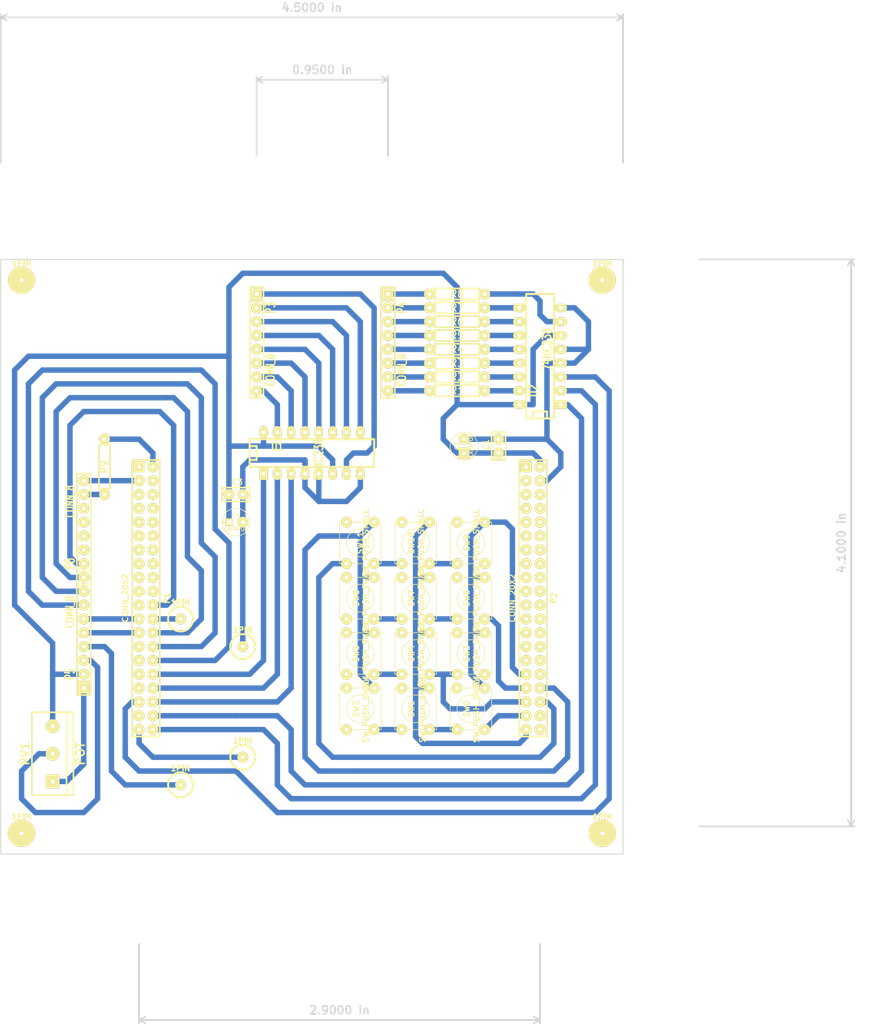
<source format=kicad_pcb>
(kicad_pcb (version 3) (host pcbnew "(2013-07-07 BZR 4022)-stable")

  (general
    (links 114)
    (no_connects 28)
    (area 64.694999 61.920001 229.122856 251.62)
    (thickness 1.6)
    (drawings 11)
    (tracks 321)
    (zones 0)
    (modules 42)
    (nets 51)
  )

  (page A3)
  (layers
    (15 F.Cu signal)
    (0 B.Cu signal)
    (16 B.Adhes user)
    (17 F.Adhes user)
    (18 B.Paste user)
    (19 F.Paste user)
    (20 B.SilkS user)
    (21 F.SilkS user)
    (22 B.Mask user)
    (23 F.Mask user)
    (24 Dwgs.User user)
    (25 Cmts.User user)
    (26 Eco1.User user)
    (27 Eco2.User user)
    (28 Edge.Cuts user)
  )

  (setup
    (last_trace_width 1)
    (trace_clearance 0.254)
    (zone_clearance 0.508)
    (zone_45_only no)
    (trace_min 0.254)
    (segment_width 0.2)
    (edge_width 0.15)
    (via_size 0.889)
    (via_drill 0.635)
    (via_min_size 0.889)
    (via_min_drill 0.508)
    (uvia_size 0.508)
    (uvia_drill 0.127)
    (uvias_allowed no)
    (uvia_min_size 0.508)
    (uvia_min_drill 0.127)
    (pcb_text_width 0.3)
    (pcb_text_size 1.5 1.5)
    (mod_edge_width 0.15)
    (mod_text_size 1.5 1.5)
    (mod_text_width 0.15)
    (pad_size 2 2)
    (pad_drill 0.7)
    (pad_to_mask_clearance 0.2)
    (aux_axis_origin 0 0)
    (visible_elements 7FFFFFFF)
    (pcbplotparams
      (layerselection 3178497)
      (usegerberextensions true)
      (excludeedgelayer true)
      (linewidth 0.100000)
      (plotframeref false)
      (viasonmask false)
      (mode 1)
      (useauxorigin false)
      (hpglpennumber 1)
      (hpglpenspeed 20)
      (hpglpendiameter 15)
      (hpglpenoverlay 2)
      (psnegative false)
      (psa4output false)
      (plotreference true)
      (plotvalue true)
      (plotothertext true)
      (plotinvisibletext false)
      (padsonsilk false)
      (subtractmaskfromsilk false)
      (outputformat 1)
      (mirror false)
      (drillshape 1)
      (scaleselection 1)
      (outputdirectory ""))
  )

  (net 0 "")
  (net 1 GND)
  (net 2 N-000001)
  (net 3 N-0000010)
  (net 4 N-0000011)
  (net 5 N-0000012)
  (net 6 N-0000013)
  (net 7 N-0000014)
  (net 8 N-00000143)
  (net 9 N-00000144)
  (net 10 N-00000145)
  (net 11 N-00000146)
  (net 12 N-00000147)
  (net 13 N-00000148)
  (net 14 N-0000015)
  (net 15 N-00000152)
  (net 16 N-0000016)
  (net 17 N-0000017)
  (net 18 N-0000018)
  (net 19 N-0000019)
  (net 20 N-000002)
  (net 21 N-0000020)
  (net 22 N-0000021)
  (net 23 N-0000022)
  (net 24 N-000003)
  (net 25 N-0000035)
  (net 26 N-0000036)
  (net 27 N-0000037)
  (net 28 N-0000038)
  (net 29 N-0000039)
  (net 30 N-000004)
  (net 31 N-0000040)
  (net 32 N-0000041)
  (net 33 N-0000042)
  (net 34 N-0000043)
  (net 35 N-0000044)
  (net 36 N-0000045)
  (net 37 N-0000046)
  (net 38 N-0000047)
  (net 39 N-0000048)
  (net 40 N-0000049)
  (net 41 N-000005)
  (net 42 N-0000050)
  (net 43 N-0000051)
  (net 44 N-0000052)
  (net 45 N-000006)
  (net 46 N-000007)
  (net 47 N-0000078)
  (net 48 N-000008)
  (net 49 N-000009)
  (net 50 VCC)

  (net_class Default "This is the default net class."
    (clearance 0.254)
    (trace_width 1)
    (via_dia 0.889)
    (via_drill 0.635)
    (uvia_dia 0.508)
    (uvia_drill 0.127)
    (add_net "")
    (add_net GND)
    (add_net N-000001)
    (add_net N-0000010)
    (add_net N-0000011)
    (add_net N-0000012)
    (add_net N-0000013)
    (add_net N-0000014)
    (add_net N-00000143)
    (add_net N-00000144)
    (add_net N-00000145)
    (add_net N-00000146)
    (add_net N-00000147)
    (add_net N-00000148)
    (add_net N-0000015)
    (add_net N-00000152)
    (add_net N-0000016)
    (add_net N-0000017)
    (add_net N-0000018)
    (add_net N-0000019)
    (add_net N-000002)
    (add_net N-0000020)
    (add_net N-0000021)
    (add_net N-0000022)
    (add_net N-000003)
    (add_net N-0000035)
    (add_net N-0000036)
    (add_net N-0000037)
    (add_net N-0000038)
    (add_net N-0000039)
    (add_net N-000004)
    (add_net N-0000040)
    (add_net N-0000041)
    (add_net N-0000042)
    (add_net N-0000043)
    (add_net N-0000044)
    (add_net N-0000045)
    (add_net N-0000046)
    (add_net N-0000047)
    (add_net N-0000048)
    (add_net N-0000049)
    (add_net N-000005)
    (add_net N-0000050)
    (add_net N-0000051)
    (add_net N-0000052)
    (add_net N-000006)
    (add_net N-000007)
    (add_net N-0000078)
    (add_net N-000008)
    (add_net N-000009)
    (add_net VCC)
  )

  (module SIL-8 (layer F.Cu) (tedit 564A1E8F) (tstamp 564A1C9E)
    (at 80.01 158.75 90)
    (descr "Connecteur 8 pins")
    (tags "CONN DEV")
    (path /5616FC44)
    (fp_text reference P6 (at -6.35 -2.54 90) (layer F.SilkS)
      (effects (font (size 1.72974 1.08712) (thickness 0.3048)))
    )
    (fp_text value CONN_8 (at 5.08 -2.54 90) (layer F.SilkS)
      (effects (font (size 1.524 1.016) (thickness 0.3048)))
    )
    (fp_line (start -10.16 -1.27) (end 10.16 -1.27) (layer F.SilkS) (width 0.3048))
    (fp_line (start 10.16 -1.27) (end 10.16 1.27) (layer F.SilkS) (width 0.3048))
    (fp_line (start 10.16 1.27) (end -10.16 1.27) (layer F.SilkS) (width 0.3048))
    (fp_line (start -10.16 1.27) (end -10.16 -1.27) (layer F.SilkS) (width 0.3048))
    (fp_line (start -7.62 1.27) (end -7.62 -1.27) (layer F.SilkS) (width 0.3048))
    (pad 1 thru_hole circle (at -8.89 0 90) (size 2 2) (drill 0.7)
      (layers *.Cu *.Mask F.SilkS)
      (net 16 N-0000016)
    )
    (pad 2 thru_hole circle (at -6.35 0 90) (size 2 2) (drill 0.7)
      (layers *.Cu *.Mask F.SilkS)
      (net 14 N-0000015)
    )
    (pad 3 thru_hole circle (at -3.81 0 90) (size 2 2) (drill 0.7)
      (layers *.Cu *.Mask F.SilkS)
    )
    (pad 4 thru_hole circle (at -1.27 0 90) (size 2 2) (drill 0.7)
      (layers *.Cu *.Mask F.SilkS)
    )
    (pad 5 thru_hole circle (at 1.27 0 90) (size 2 2) (drill 0.7)
      (layers *.Cu *.Mask F.SilkS)
    )
    (pad 6 thru_hole circle (at 3.81 0 90) (size 2 2) (drill 0.7)
      (layers *.Cu *.Mask F.SilkS)
    )
    (pad 7 thru_hole circle (at 6.35 0 90) (size 2 2) (drill 0.7)
      (layers *.Cu *.Mask F.SilkS)
      (net 2 N-000001)
    )
    (pad 8 thru_hole circle (at 8.89 0 90) (size 2 2) (drill 0.7)
      (layers *.Cu *.Mask F.SilkS)
      (net 23 N-0000022)
    )
  )

  (module SIL-8 (layer F.Cu) (tedit 564A1E93) (tstamp 5636F9F7)
    (at 80.01 179.07 90)
    (descr "Connecteur 8 pins")
    (tags "CONN DEV")
    (path /5616FC37)
    (fp_text reference P5 (at -6.35 -2.54 90) (layer F.SilkS)
      (effects (font (size 1.72974 1.08712) (thickness 0.3048)))
    )
    (fp_text value CONN_8 (at 5.08 -2.54 90) (layer F.SilkS)
      (effects (font (size 1.524 1.016) (thickness 0.3048)))
    )
    (fp_line (start -10.16 -1.27) (end 10.16 -1.27) (layer F.SilkS) (width 0.3048))
    (fp_line (start 10.16 -1.27) (end 10.16 1.27) (layer F.SilkS) (width 0.3048))
    (fp_line (start 10.16 1.27) (end -10.16 1.27) (layer F.SilkS) (width 0.3048))
    (fp_line (start -10.16 1.27) (end -10.16 -1.27) (layer F.SilkS) (width 0.3048))
    (fp_line (start -7.62 1.27) (end -7.62 -1.27) (layer F.SilkS) (width 0.3048))
    (pad 1 thru_hole rect (at -8.89 0 90) (size 2 2) (drill 0.7)
      (layers *.Cu *.Mask F.SilkS)
      (net 47 N-0000078)
    )
    (pad 2 thru_hole circle (at -6.35 0 90) (size 2 2) (drill 0.7)
      (layers *.Cu *.Mask F.SilkS)
      (net 50 VCC)
    )
    (pad 3 thru_hole circle (at -3.81 0 90) (size 2 2) (drill 0.7)
      (layers *.Cu *.Mask F.SilkS)
      (net 18 N-0000018)
    )
    (pad 4 thru_hole circle (at -1.27 0 90) (size 2 2) (drill 0.7)
      (layers *.Cu *.Mask F.SilkS)
      (net 7 N-0000014)
    )
    (pad 5 thru_hole circle (at 1.27 0 90) (size 2 2) (drill 0.7)
      (layers *.Cu *.Mask F.SilkS)
      (net 47 N-0000078)
    )
    (pad 6 thru_hole circle (at 3.81 0 90) (size 2 2) (drill 0.7)
      (layers *.Cu *.Mask F.SilkS)
      (net 45 N-000006)
    )
    (pad 7 thru_hole circle (at 6.35 0 90) (size 2 2) (drill 0.7)
      (layers *.Cu *.Mask F.SilkS)
      (net 17 N-0000017)
    )
    (pad 8 thru_hole circle (at 8.89 0 90) (size 2 2) (drill 0.7)
      (layers *.Cu *.Mask F.SilkS)
      (net 48 N-000008)
    )
  )

  (module SIL-8 (layer F.Cu) (tedit 564A1ACE) (tstamp 5636FAE3)
    (at 111.76 124.46 270)
    (descr "Connecteur 8 pins")
    (tags "CONN DEV")
    (path /5616EC4A)
    (fp_text reference P3 (at -6.35 -2.54 270) (layer F.SilkS)
      (effects (font (size 1.72974 1.08712) (thickness 0.3048)))
    )
    (fp_text value CONN_8 (at 5.08 -2.54 270) (layer F.SilkS)
      (effects (font (size 1.524 1.016) (thickness 0.3048)))
    )
    (fp_line (start -10.16 -1.27) (end 10.16 -1.27) (layer F.SilkS) (width 0.3048))
    (fp_line (start 10.16 -1.27) (end 10.16 1.27) (layer F.SilkS) (width 0.3048))
    (fp_line (start 10.16 1.27) (end -10.16 1.27) (layer F.SilkS) (width 0.3048))
    (fp_line (start -10.16 1.27) (end -10.16 -1.27) (layer F.SilkS) (width 0.3048))
    (fp_line (start -7.62 1.27) (end -7.62 -1.27) (layer F.SilkS) (width 0.3048))
    (pad 1 thru_hole rect (at -8.89 0 270) (size 2 2) (drill 0.7)
      (layers *.Cu *.Mask F.SilkS)
      (net 46 N-000007)
    )
    (pad 2 thru_hole circle (at -6.35 0 270) (size 2 2) (drill 0.7)
      (layers *.Cu *.Mask F.SilkS)
      (net 21 N-0000020)
    )
    (pad 3 thru_hole circle (at -3.81 0 270) (size 2 2) (drill 0.7)
      (layers *.Cu *.Mask F.SilkS)
      (net 41 N-000005)
    )
    (pad 4 thru_hole circle (at -1.27 0 270) (size 2 2) (drill 0.7)
      (layers *.Cu *.Mask F.SilkS)
      (net 30 N-000004)
    )
    (pad 5 thru_hole circle (at 1.27 0 270) (size 2 2) (drill 0.7)
      (layers *.Cu *.Mask F.SilkS)
      (net 24 N-000003)
    )
    (pad 6 thru_hole circle (at 3.81 0 270) (size 2 2) (drill 0.7)
      (layers *.Cu *.Mask F.SilkS)
      (net 20 N-000002)
    )
    (pad 7 thru_hole circle (at 6.35 0 270) (size 2 2) (drill 0.7)
      (layers *.Cu *.Mask F.SilkS)
      (net 43 N-0000051)
    )
    (pad 8 thru_hole circle (at 8.89 0 270) (size 2 2) (drill 0.7)
      (layers *.Cu *.Mask F.SilkS)
      (net 44 N-0000052)
    )
  )

  (module SIL-8 (layer F.Cu) (tedit 564A1AC6) (tstamp 563225F2)
    (at 135.89 124.46 270)
    (descr "Connecteur 8 pins")
    (tags "CONN DEV")
    (path /5616EC3B)
    (fp_text reference P4 (at -6.35 -2.54 270) (layer F.SilkS)
      (effects (font (size 1.72974 1.08712) (thickness 0.3048)))
    )
    (fp_text value CONN_8 (at 5.08 -2.54 270) (layer F.SilkS)
      (effects (font (size 1.524 1.016) (thickness 0.3048)))
    )
    (fp_line (start -10.16 -1.27) (end 10.16 -1.27) (layer F.SilkS) (width 0.3048))
    (fp_line (start 10.16 -1.27) (end 10.16 1.27) (layer F.SilkS) (width 0.3048))
    (fp_line (start 10.16 1.27) (end -10.16 1.27) (layer F.SilkS) (width 0.3048))
    (fp_line (start -10.16 1.27) (end -10.16 -1.27) (layer F.SilkS) (width 0.3048))
    (fp_line (start -7.62 1.27) (end -7.62 -1.27) (layer F.SilkS) (width 0.3048))
    (pad 1 thru_hole rect (at -8.89 0 270) (size 2 2) (drill 0.7)
      (layers *.Cu *.Mask F.SilkS)
      (net 34 N-0000043)
    )
    (pad 2 thru_hole circle (at -6.35 0 270) (size 2 2) (drill 0.7)
      (layers *.Cu *.Mask F.SilkS)
      (net 33 N-0000042)
    )
    (pad 3 thru_hole circle (at -3.81 0 270) (size 2 2) (drill 0.7)
      (layers *.Cu *.Mask F.SilkS)
      (net 32 N-0000041)
    )
    (pad 4 thru_hole circle (at -1.27 0 270) (size 2 2) (drill 0.7)
      (layers *.Cu *.Mask F.SilkS)
      (net 31 N-0000040)
    )
    (pad 5 thru_hole circle (at 1.27 0 270) (size 2 2) (drill 0.7)
      (layers *.Cu *.Mask F.SilkS)
      (net 29 N-0000039)
    )
    (pad 6 thru_hole circle (at 3.81 0 270) (size 2 2) (drill 0.7)
      (layers *.Cu *.Mask F.SilkS)
      (net 28 N-0000038)
    )
    (pad 7 thru_hole circle (at 6.35 0 270) (size 2 2) (drill 0.7)
      (layers *.Cu *.Mask F.SilkS)
      (net 19 N-0000019)
    )
    (pad 8 thru_hole circle (at 8.89 0 270) (size 2 2) (drill 0.7)
      (layers *.Cu *.Mask F.SilkS)
      (net 27 N-0000037)
    )
  )

  (module R4 (layer F.Cu) (tedit 564A1F3A) (tstamp 56322600)
    (at 148.59 130.81)
    (descr "Resitance 4 pas")
    (tags R)
    (path /56300247)
    (autoplace_cost180 10)
    (fp_text reference R2 (at 0 0) (layer F.SilkS)
      (effects (font (size 1.397 1.27) (thickness 0.2032)))
    )
    (fp_text value R (at 0 0) (layer F.SilkS) hide
      (effects (font (size 1.397 1.27) (thickness 0.2032)))
    )
    (fp_line (start -5.08 0) (end -4.064 0) (layer F.SilkS) (width 0.3048))
    (fp_line (start -4.064 0) (end -4.064 -1.016) (layer F.SilkS) (width 0.3048))
    (fp_line (start -4.064 -1.016) (end 4.064 -1.016) (layer F.SilkS) (width 0.3048))
    (fp_line (start 4.064 -1.016) (end 4.064 1.016) (layer F.SilkS) (width 0.3048))
    (fp_line (start 4.064 1.016) (end -4.064 1.016) (layer F.SilkS) (width 0.3048))
    (fp_line (start -4.064 1.016) (end -4.064 0) (layer F.SilkS) (width 0.3048))
    (fp_line (start -4.064 -0.508) (end -3.556 -1.016) (layer F.SilkS) (width 0.3048))
    (fp_line (start 5.08 0) (end 4.064 0) (layer F.SilkS) (width 0.3048))
    (pad 1 thru_hole circle (at -5.08 0) (size 2 2) (drill 0.7)
      (layers *.Cu *.Mask F.SilkS)
      (net 19 N-0000019)
    )
    (pad 2 thru_hole circle (at 5.08 0) (size 2 2) (drill 0.7)
      (layers *.Cu *.Mask F.SilkS)
      (net 40 N-0000049)
    )
    (model discret/resistor.wrl
      (at (xyz 0 0 0))
      (scale (xyz 0.4 0.4 0.4))
      (rotate (xyz 0 0 0))
    )
  )

  (module R4 (layer F.Cu) (tedit 200000) (tstamp 5632260E)
    (at 148.59 123.19)
    (descr "Resitance 4 pas")
    (tags R)
    (path /56300278)
    (autoplace_cost180 10)
    (fp_text reference R5 (at 0 0) (layer F.SilkS)
      (effects (font (size 1.397 1.27) (thickness 0.2032)))
    )
    (fp_text value R (at 0 0) (layer F.SilkS) hide
      (effects (font (size 1.397 1.27) (thickness 0.2032)))
    )
    (fp_line (start -5.08 0) (end -4.064 0) (layer F.SilkS) (width 0.3048))
    (fp_line (start -4.064 0) (end -4.064 -1.016) (layer F.SilkS) (width 0.3048))
    (fp_line (start -4.064 -1.016) (end 4.064 -1.016) (layer F.SilkS) (width 0.3048))
    (fp_line (start 4.064 -1.016) (end 4.064 1.016) (layer F.SilkS) (width 0.3048))
    (fp_line (start 4.064 1.016) (end -4.064 1.016) (layer F.SilkS) (width 0.3048))
    (fp_line (start -4.064 1.016) (end -4.064 0) (layer F.SilkS) (width 0.3048))
    (fp_line (start -4.064 -0.508) (end -3.556 -1.016) (layer F.SilkS) (width 0.3048))
    (fp_line (start 5.08 0) (end 4.064 0) (layer F.SilkS) (width 0.3048))
    (pad 1 thru_hole circle (at -5.08 0) (size 2 2) (drill 0.7)
      (layers *.Cu *.Mask F.SilkS)
      (net 31 N-0000040)
    )
    (pad 2 thru_hole circle (at 5.08 0) (size 2 2) (drill 0.7)
      (layers *.Cu *.Mask F.SilkS)
      (net 37 N-0000046)
    )
    (model discret/resistor.wrl
      (at (xyz 0 0 0))
      (scale (xyz 0.4 0.4 0.4))
      (rotate (xyz 0 0 0))
    )
  )

  (module R4 (layer F.Cu) (tedit 564A1F52) (tstamp 5632261C)
    (at 148.59 128.27)
    (descr "Resitance 4 pas")
    (tags R)
    (path /56300256)
    (autoplace_cost180 10)
    (fp_text reference R3 (at 0 0) (layer F.SilkS)
      (effects (font (size 1.397 1.27) (thickness 0.2032)))
    )
    (fp_text value R (at 0 0) (layer F.SilkS) hide
      (effects (font (size 1.397 1.27) (thickness 0.2032)))
    )
    (fp_line (start -5.08 0) (end -4.064 0) (layer F.SilkS) (width 0.3048))
    (fp_line (start -4.064 0) (end -4.064 -1.016) (layer F.SilkS) (width 0.3048))
    (fp_line (start -4.064 -1.016) (end 4.064 -1.016) (layer F.SilkS) (width 0.3048))
    (fp_line (start 4.064 -1.016) (end 4.064 1.016) (layer F.SilkS) (width 0.3048))
    (fp_line (start 4.064 1.016) (end -4.064 1.016) (layer F.SilkS) (width 0.3048))
    (fp_line (start -4.064 1.016) (end -4.064 0) (layer F.SilkS) (width 0.3048))
    (fp_line (start -4.064 -0.508) (end -3.556 -1.016) (layer F.SilkS) (width 0.3048))
    (fp_line (start 5.08 0) (end 4.064 0) (layer F.SilkS) (width 0.3048))
    (pad 1 thru_hole circle (at -5.08 0) (size 2 2) (drill 0.7)
      (layers *.Cu *.Mask F.SilkS)
      (net 28 N-0000038)
    )
    (pad 2 thru_hole circle (at 5.08 0) (size 2 2) (drill 0.7)
      (layers *.Cu *.Mask F.SilkS)
      (net 39 N-0000048)
    )
    (model discret/resistor.wrl
      (at (xyz 0 0 0))
      (scale (xyz 0.4 0.4 0.4))
      (rotate (xyz 0 0 0))
    )
  )

  (module R4 (layer F.Cu) (tedit 200000) (tstamp 5632262A)
    (at 148.59 125.73)
    (descr "Resitance 4 pas")
    (tags R)
    (path /56300272)
    (autoplace_cost180 10)
    (fp_text reference R4 (at 0 0) (layer F.SilkS)
      (effects (font (size 1.397 1.27) (thickness 0.2032)))
    )
    (fp_text value R (at 0 0) (layer F.SilkS) hide
      (effects (font (size 1.397 1.27) (thickness 0.2032)))
    )
    (fp_line (start -5.08 0) (end -4.064 0) (layer F.SilkS) (width 0.3048))
    (fp_line (start -4.064 0) (end -4.064 -1.016) (layer F.SilkS) (width 0.3048))
    (fp_line (start -4.064 -1.016) (end 4.064 -1.016) (layer F.SilkS) (width 0.3048))
    (fp_line (start 4.064 -1.016) (end 4.064 1.016) (layer F.SilkS) (width 0.3048))
    (fp_line (start 4.064 1.016) (end -4.064 1.016) (layer F.SilkS) (width 0.3048))
    (fp_line (start -4.064 1.016) (end -4.064 0) (layer F.SilkS) (width 0.3048))
    (fp_line (start -4.064 -0.508) (end -3.556 -1.016) (layer F.SilkS) (width 0.3048))
    (fp_line (start 5.08 0) (end 4.064 0) (layer F.SilkS) (width 0.3048))
    (pad 1 thru_hole circle (at -5.08 0) (size 2 2) (drill 0.7)
      (layers *.Cu *.Mask F.SilkS)
      (net 29 N-0000039)
    )
    (pad 2 thru_hole circle (at 5.08 0) (size 2 2) (drill 0.7)
      (layers *.Cu *.Mask F.SilkS)
      (net 38 N-0000047)
    )
    (model discret/resistor.wrl
      (at (xyz 0 0 0))
      (scale (xyz 0.4 0.4 0.4))
      (rotate (xyz 0 0 0))
    )
  )

  (module R4 (layer F.Cu) (tedit 200000) (tstamp 56322638)
    (at 148.59 120.65)
    (descr "Resitance 4 pas")
    (tags R)
    (path /5630027E)
    (autoplace_cost180 10)
    (fp_text reference R6 (at 0 0) (layer F.SilkS)
      (effects (font (size 1.397 1.27) (thickness 0.2032)))
    )
    (fp_text value R (at 0 0) (layer F.SilkS) hide
      (effects (font (size 1.397 1.27) (thickness 0.2032)))
    )
    (fp_line (start -5.08 0) (end -4.064 0) (layer F.SilkS) (width 0.3048))
    (fp_line (start -4.064 0) (end -4.064 -1.016) (layer F.SilkS) (width 0.3048))
    (fp_line (start -4.064 -1.016) (end 4.064 -1.016) (layer F.SilkS) (width 0.3048))
    (fp_line (start 4.064 -1.016) (end 4.064 1.016) (layer F.SilkS) (width 0.3048))
    (fp_line (start 4.064 1.016) (end -4.064 1.016) (layer F.SilkS) (width 0.3048))
    (fp_line (start -4.064 1.016) (end -4.064 0) (layer F.SilkS) (width 0.3048))
    (fp_line (start -4.064 -0.508) (end -3.556 -1.016) (layer F.SilkS) (width 0.3048))
    (fp_line (start 5.08 0) (end 4.064 0) (layer F.SilkS) (width 0.3048))
    (pad 1 thru_hole circle (at -5.08 0) (size 2 2) (drill 0.7)
      (layers *.Cu *.Mask F.SilkS)
      (net 32 N-0000041)
    )
    (pad 2 thru_hole circle (at 5.08 0) (size 2 2) (drill 0.7)
      (layers *.Cu *.Mask F.SilkS)
      (net 36 N-0000045)
    )
    (model discret/resistor.wrl
      (at (xyz 0 0 0))
      (scale (xyz 0.4 0.4 0.4))
      (rotate (xyz 0 0 0))
    )
  )

  (module R4 (layer F.Cu) (tedit 564A1F36) (tstamp 56322646)
    (at 148.59 133.35)
    (descr "Resitance 4 pas")
    (tags R)
    (path /56300238)
    (autoplace_cost180 10)
    (fp_text reference R1 (at 0 0) (layer F.SilkS)
      (effects (font (size 1.397 1.27) (thickness 0.2032)))
    )
    (fp_text value R (at 0 0) (layer F.SilkS) hide
      (effects (font (size 1.397 1.27) (thickness 0.2032)))
    )
    (fp_line (start -5.08 0) (end -4.064 0) (layer F.SilkS) (width 0.3048))
    (fp_line (start -4.064 0) (end -4.064 -1.016) (layer F.SilkS) (width 0.3048))
    (fp_line (start -4.064 -1.016) (end 4.064 -1.016) (layer F.SilkS) (width 0.3048))
    (fp_line (start 4.064 -1.016) (end 4.064 1.016) (layer F.SilkS) (width 0.3048))
    (fp_line (start 4.064 1.016) (end -4.064 1.016) (layer F.SilkS) (width 0.3048))
    (fp_line (start -4.064 1.016) (end -4.064 0) (layer F.SilkS) (width 0.3048))
    (fp_line (start -4.064 -0.508) (end -3.556 -1.016) (layer F.SilkS) (width 0.3048))
    (fp_line (start 5.08 0) (end 4.064 0) (layer F.SilkS) (width 0.3048))
    (pad 1 thru_hole circle (at -5.08 0) (size 2 2) (drill 0.7)
      (layers *.Cu *.Mask F.SilkS)
      (net 27 N-0000037)
    )
    (pad 2 thru_hole circle (at 5.08 0) (size 2 2) (drill 0.7)
      (layers *.Cu *.Mask F.SilkS)
      (net 42 N-0000050)
    )
    (model discret/resistor.wrl
      (at (xyz 0 0 0))
      (scale (xyz 0.4 0.4 0.4))
      (rotate (xyz 0 0 0))
    )
  )

  (module R4 (layer F.Cu) (tedit 564A1E9F) (tstamp 56322654)
    (at 83.82 147.32 90)
    (descr "Resitance 4 pas")
    (tags R)
    (path /562FFFD4)
    (autoplace_cost180 10)
    (fp_text reference R9 (at 0 0 90) (layer F.SilkS)
      (effects (font (size 1.397 1.27) (thickness 0.2032)))
    )
    (fp_text value R (at 0 0 90) (layer F.SilkS) hide
      (effects (font (size 1.397 1.27) (thickness 0.2032)))
    )
    (fp_line (start -5.08 0) (end -4.064 0) (layer F.SilkS) (width 0.3048))
    (fp_line (start -4.064 0) (end -4.064 -1.016) (layer F.SilkS) (width 0.3048))
    (fp_line (start -4.064 -1.016) (end 4.064 -1.016) (layer F.SilkS) (width 0.3048))
    (fp_line (start 4.064 -1.016) (end 4.064 1.016) (layer F.SilkS) (width 0.3048))
    (fp_line (start 4.064 1.016) (end -4.064 1.016) (layer F.SilkS) (width 0.3048))
    (fp_line (start -4.064 1.016) (end -4.064 0) (layer F.SilkS) (width 0.3048))
    (fp_line (start -4.064 -0.508) (end -3.556 -1.016) (layer F.SilkS) (width 0.3048))
    (fp_line (start 5.08 0) (end 4.064 0) (layer F.SilkS) (width 0.3048))
    (pad 1 thru_hole circle (at -5.08 0 90) (size 2 2) (drill 0.7)
      (layers *.Cu *.Mask F.SilkS)
      (net 2 N-000001)
    )
    (pad 2 thru_hole circle (at 5.08 0 90) (size 2 2) (drill 0.7)
      (layers *.Cu *.Mask F.SilkS)
      (net 25 N-0000035)
    )
    (model discret/resistor.wrl
      (at (xyz 0 0 0))
      (scale (xyz 0.4 0.4 0.4))
      (rotate (xyz 0 0 0))
    )
  )

  (module R4 (layer F.Cu) (tedit 200000) (tstamp 56322662)
    (at 148.59 115.57)
    (descr "Resitance 4 pas")
    (tags R)
    (path /56300284)
    (autoplace_cost180 10)
    (fp_text reference R8 (at 0 0) (layer F.SilkS)
      (effects (font (size 1.397 1.27) (thickness 0.2032)))
    )
    (fp_text value R (at 0 0) (layer F.SilkS) hide
      (effects (font (size 1.397 1.27) (thickness 0.2032)))
    )
    (fp_line (start -5.08 0) (end -4.064 0) (layer F.SilkS) (width 0.3048))
    (fp_line (start -4.064 0) (end -4.064 -1.016) (layer F.SilkS) (width 0.3048))
    (fp_line (start -4.064 -1.016) (end 4.064 -1.016) (layer F.SilkS) (width 0.3048))
    (fp_line (start 4.064 -1.016) (end 4.064 1.016) (layer F.SilkS) (width 0.3048))
    (fp_line (start 4.064 1.016) (end -4.064 1.016) (layer F.SilkS) (width 0.3048))
    (fp_line (start -4.064 1.016) (end -4.064 0) (layer F.SilkS) (width 0.3048))
    (fp_line (start -4.064 -0.508) (end -3.556 -1.016) (layer F.SilkS) (width 0.3048))
    (fp_line (start 5.08 0) (end 4.064 0) (layer F.SilkS) (width 0.3048))
    (pad 1 thru_hole circle (at -5.08 0) (size 2 2) (drill 0.7)
      (layers *.Cu *.Mask F.SilkS)
      (net 34 N-0000043)
    )
    (pad 2 thru_hole circle (at 5.08 0) (size 2 2) (drill 0.7)
      (layers *.Cu *.Mask F.SilkS)
      (net 35 N-0000044)
    )
    (model discret/resistor.wrl
      (at (xyz 0 0 0))
      (scale (xyz 0.4 0.4 0.4))
      (rotate (xyz 0 0 0))
    )
  )

  (module R4 (layer F.Cu) (tedit 200000) (tstamp 56322670)
    (at 148.59 118.11)
    (descr "Resitance 4 pas")
    (tags R)
    (path /5630028A)
    (autoplace_cost180 10)
    (fp_text reference R7 (at 0 0) (layer F.SilkS)
      (effects (font (size 1.397 1.27) (thickness 0.2032)))
    )
    (fp_text value R (at 0 0) (layer F.SilkS) hide
      (effects (font (size 1.397 1.27) (thickness 0.2032)))
    )
    (fp_line (start -5.08 0) (end -4.064 0) (layer F.SilkS) (width 0.3048))
    (fp_line (start -4.064 0) (end -4.064 -1.016) (layer F.SilkS) (width 0.3048))
    (fp_line (start -4.064 -1.016) (end 4.064 -1.016) (layer F.SilkS) (width 0.3048))
    (fp_line (start 4.064 -1.016) (end 4.064 1.016) (layer F.SilkS) (width 0.3048))
    (fp_line (start 4.064 1.016) (end -4.064 1.016) (layer F.SilkS) (width 0.3048))
    (fp_line (start -4.064 1.016) (end -4.064 0) (layer F.SilkS) (width 0.3048))
    (fp_line (start -4.064 -0.508) (end -3.556 -1.016) (layer F.SilkS) (width 0.3048))
    (fp_line (start 5.08 0) (end 4.064 0) (layer F.SilkS) (width 0.3048))
    (pad 1 thru_hole circle (at -5.08 0) (size 2 2) (drill 0.7)
      (layers *.Cu *.Mask F.SilkS)
      (net 33 N-0000042)
    )
    (pad 2 thru_hole circle (at 5.08 0) (size 2 2) (drill 0.7)
      (layers *.Cu *.Mask F.SilkS)
      (net 26 N-0000036)
    )
    (model discret/resistor.wrl
      (at (xyz 0 0 0))
      (scale (xyz 0.4 0.4 0.4))
      (rotate (xyz 0 0 0))
    )
  )

  (module PIN_ARRAY_20X2 (layer F.Cu) (tedit 564A2035) (tstamp 564A1FFA)
    (at 91.44 171.45 270)
    (descr "Double rangee de contacts 2 x 12 pins")
    (tags CONN)
    (path /5616EC0C)
    (fp_text reference P1 (at 0 -3.81 270) (layer F.SilkS)
      (effects (font (size 1.016 1.016) (thickness 0.27432)))
    )
    (fp_text value CONN_20X2 (at 0 3.81 270) (layer F.SilkS)
      (effects (font (size 1.016 1.016) (thickness 0.2032)))
    )
    (fp_line (start 25.4 2.54) (end -25.4 2.54) (layer F.SilkS) (width 0.3048))
    (fp_line (start 25.4 -2.54) (end -25.4 -2.54) (layer F.SilkS) (width 0.3048))
    (fp_line (start 25.4 -2.54) (end 25.4 2.54) (layer F.SilkS) (width 0.3048))
    (fp_line (start -25.4 -2.54) (end -25.4 2.54) (layer F.SilkS) (width 0.3048))
    (pad 1 thru_hole rect (at -24.13 1.27 270) (size 2 2) (drill 0.7)
      (layers *.Cu *.Mask F.SilkS)
    )
    (pad 2 thru_hole circle (at -24.13 -1.27 270) (size 2 2) (drill 0.7)
      (layers *.Cu *.Mask F.SilkS)
      (net 25 N-0000035)
    )
    (pad 11 thru_hole circle (at -11.43 1.27 270) (size 2 2) (drill 0.7)
      (layers *.Cu *.Mask F.SilkS)
    )
    (pad 4 thru_hole circle (at -21.59 -1.27 270) (size 2 2) (drill 0.7)
      (layers *.Cu *.Mask F.SilkS)
    )
    (pad 13 thru_hole circle (at -8.89 1.27 270) (size 2 2) (drill 0.7)
      (layers *.Cu *.Mask F.SilkS)
    )
    (pad 6 thru_hole circle (at -19.05 -1.27 270) (size 2 2) (drill 0.7)
      (layers *.Cu *.Mask F.SilkS)
    )
    (pad 15 thru_hole circle (at -6.35 1.27 270) (size 2 2) (drill 0.7)
      (layers *.Cu *.Mask F.SilkS)
    )
    (pad 8 thru_hole circle (at -16.51 -1.27 270) (size 2 2) (drill 0.7)
      (layers *.Cu *.Mask F.SilkS)
    )
    (pad 17 thru_hole circle (at -3.81 1.27 270) (size 2 2) (drill 0.7)
      (layers *.Cu *.Mask F.SilkS)
    )
    (pad 10 thru_hole circle (at -13.97 -1.27 270) (size 2 2) (drill 0.7)
      (layers *.Cu *.Mask F.SilkS)
    )
    (pad 19 thru_hole circle (at -1.27 1.27 270) (size 2 2) (drill 0.7)
      (layers *.Cu *.Mask F.SilkS)
    )
    (pad 12 thru_hole circle (at -11.43 -1.27 270) (size 2 2) (drill 0.7)
      (layers *.Cu *.Mask F.SilkS)
    )
    (pad 21 thru_hole circle (at 1.27 1.27 270) (size 2 2) (drill 0.7)
      (layers *.Cu *.Mask F.SilkS)
    )
    (pad 14 thru_hole circle (at -8.89 -1.27 270) (size 2 2) (drill 0.7)
      (layers *.Cu *.Mask F.SilkS)
    )
    (pad 23 thru_hole circle (at 3.81 1.27 270) (size 2 2) (drill 0.7)
      (layers *.Cu *.Mask F.SilkS)
      (net 45 N-000006)
    )
    (pad 16 thru_hole circle (at -6.35 -1.27 270) (size 2 2) (drill 0.7)
      (layers *.Cu *.Mask F.SilkS)
    )
    (pad 25 thru_hole circle (at 6.35 1.27 270) (size 2 2) (drill 0.7)
      (layers *.Cu *.Mask F.SilkS)
      (net 47 N-0000078)
    )
    (pad 18 thru_hole circle (at -3.81 -1.27 270) (size 2 2) (drill 0.7)
      (layers *.Cu *.Mask F.SilkS)
    )
    (pad 27 thru_hole circle (at 8.89 1.27 270) (size 2 2) (drill 0.7)
      (layers *.Cu *.Mask F.SilkS)
    )
    (pad 20 thru_hole circle (at -1.27 -1.27 270) (size 2 2) (drill 0.7)
      (layers *.Cu *.Mask F.SilkS)
    )
    (pad 29 thru_hole circle (at 11.43 1.27 270) (size 2 2) (drill 0.7)
      (layers *.Cu *.Mask F.SilkS)
    )
    (pad 22 thru_hole circle (at 1.27 -1.27 270) (size 2 2) (drill 0.7)
      (layers *.Cu *.Mask F.SilkS)
      (net 14 N-0000015)
    )
    (pad 31 thru_hole circle (at 13.97 1.27 270) (size 2 2) (drill 0.7)
      (layers *.Cu *.Mask F.SilkS)
    )
    (pad 24 thru_hole circle (at 3.81 -1.27 270) (size 2 2) (drill 0.7)
      (layers *.Cu *.Mask F.SilkS)
      (net 7 N-0000014)
    )
    (pad 26 thru_hole circle (at 6.35 -1.27 270) (size 2 2) (drill 0.7)
      (layers *.Cu *.Mask F.SilkS)
      (net 16 N-0000016)
    )
    (pad 33 thru_hole circle (at 16.51 1.27 270) (size 2 2) (drill 0.7)
      (layers *.Cu *.Mask F.SilkS)
    )
    (pad 28 thru_hole circle (at 8.89 -1.27 270) (size 2 2) (drill 0.7)
      (layers *.Cu *.Mask F.SilkS)
      (net 48 N-000008)
    )
    (pad 32 thru_hole circle (at 13.97 -1.27 270) (size 2 2) (drill 0.7)
      (layers *.Cu *.Mask F.SilkS)
      (net 3 N-0000010)
    )
    (pad 34 thru_hole circle (at 16.51 -1.27 270) (size 2 2) (drill 0.7)
      (layers *.Cu *.Mask F.SilkS)
      (net 49 N-000009)
    )
    (pad 36 thru_hole circle (at 19.05 -1.27 270) (size 2 2) (drill 0.7)
      (layers *.Cu *.Mask F.SilkS)
      (net 4 N-0000011)
    )
    (pad 38 thru_hole circle (at 21.59 -1.27 270) (size 2 2) (drill 0.7)
      (layers *.Cu *.Mask F.SilkS)
      (net 5 N-0000012)
    )
    (pad 35 thru_hole circle (at 19.05 1.27 270) (size 2 2) (drill 0.7)
      (layers *.Cu *.Mask F.SilkS)
      (net 6 N-0000013)
    )
    (pad 37 thru_hole circle (at 21.59 1.27 270) (size 2 2) (drill 0.7)
      (layers *.Cu *.Mask F.SilkS)
    )
    (pad 3 thru_hole circle (at -21.59 1.27 270) (size 2 2) (drill 0.7)
      (layers *.Cu *.Mask F.SilkS)
      (net 23 N-0000022)
    )
    (pad 5 thru_hole circle (at -19.05 1.27 270) (size 2 2) (drill 0.7)
      (layers *.Cu *.Mask F.SilkS)
    )
    (pad 7 thru_hole circle (at -16.51 1.27 270) (size 2 2) (drill 0.7)
      (layers *.Cu *.Mask F.SilkS)
    )
    (pad 9 thru_hole circle (at -13.97 1.27 270) (size 2 2) (drill 0.7)
      (layers *.Cu *.Mask F.SilkS)
    )
    (pad 39 thru_hole circle (at 24.13 1.27 270) (size 2 2) (drill 0.7)
      (layers *.Cu *.Mask F.SilkS)
      (net 1 GND)
    )
    (pad 40 thru_hole circle (at 24.13 -1.27 270) (size 2 2) (drill 0.7)
      (layers *.Cu *.Mask F.SilkS)
      (net 22 N-0000021)
    )
    (pad 30 thru_hole circle (at 11.43 -1.27 270) (size 2 2) (drill 0.7)
      (layers *.Cu *.Mask F.SilkS)
      (net 17 N-0000017)
    )
    (model pin_array/pins_array_20x2.wrl
      (at (xyz 0 0 0))
      (scale (xyz 1 1 1))
      (rotate (xyz 0 0 0))
    )
  )

  (module PIN_ARRAY_20X2 (layer F.Cu) (tedit 564A2042) (tstamp 563226DC)
    (at 162.56 171.45 270)
    (descr "Double rangee de contacts 2 x 12 pins")
    (tags CONN)
    (path /5616EC1B)
    (fp_text reference P2 (at 0 -3.81 270) (layer F.SilkS)
      (effects (font (size 1.016 1.016) (thickness 0.27432)))
    )
    (fp_text value CONN_20X2 (at 0 3.81 270) (layer F.SilkS)
      (effects (font (size 1.016 1.016) (thickness 0.2032)))
    )
    (fp_line (start 25.4 2.54) (end -25.4 2.54) (layer F.SilkS) (width 0.3048))
    (fp_line (start 25.4 -2.54) (end -25.4 -2.54) (layer F.SilkS) (width 0.3048))
    (fp_line (start 25.4 -2.54) (end 25.4 2.54) (layer F.SilkS) (width 0.3048))
    (fp_line (start -25.4 -2.54) (end -25.4 2.54) (layer F.SilkS) (width 0.3048))
    (pad 1 thru_hole rect (at -24.13 1.27 270) (size 2 2) (drill 0.7)
      (layers *.Cu *.Mask F.SilkS)
    )
    (pad 2 thru_hole circle (at -24.13 -1.27 270) (size 2 2) (drill 0.7)
      (layers *.Cu *.Mask F.SilkS)
      (net 50 VCC)
    )
    (pad 11 thru_hole circle (at -11.43 1.27 270) (size 2 2) (drill 0.7)
      (layers *.Cu *.Mask F.SilkS)
    )
    (pad 4 thru_hole circle (at -21.59 -1.27 270) (size 2 2) (drill 0.7)
      (layers *.Cu *.Mask F.SilkS)
      (net 1 GND)
    )
    (pad 13 thru_hole circle (at -8.89 1.27 270) (size 2 2) (drill 0.7)
      (layers *.Cu *.Mask F.SilkS)
    )
    (pad 6 thru_hole circle (at -19.05 -1.27 270) (size 2 2) (drill 0.7)
      (layers *.Cu *.Mask F.SilkS)
    )
    (pad 15 thru_hole circle (at -6.35 1.27 270) (size 2 2) (drill 0.7)
      (layers *.Cu *.Mask F.SilkS)
    )
    (pad 8 thru_hole circle (at -16.51 -1.27 270) (size 2 2) (drill 0.7)
      (layers *.Cu *.Mask F.SilkS)
    )
    (pad 17 thru_hole circle (at -3.81 1.27 270) (size 2 2) (drill 0.7)
      (layers *.Cu *.Mask F.SilkS)
    )
    (pad 10 thru_hole circle (at -13.97 -1.27 270) (size 2 2) (drill 0.7)
      (layers *.Cu *.Mask F.SilkS)
    )
    (pad 19 thru_hole circle (at -1.27 1.27 270) (size 2 2) (drill 0.7)
      (layers *.Cu *.Mask F.SilkS)
    )
    (pad 12 thru_hole circle (at -11.43 -1.27 270) (size 2 2) (drill 0.7)
      (layers *.Cu *.Mask F.SilkS)
    )
    (pad 21 thru_hole circle (at 1.27 1.27 270) (size 2 2) (drill 0.7)
      (layers *.Cu *.Mask F.SilkS)
    )
    (pad 14 thru_hole circle (at -8.89 -1.27 270) (size 2 2) (drill 0.7)
      (layers *.Cu *.Mask F.SilkS)
    )
    (pad 23 thru_hole circle (at 3.81 1.27 270) (size 2 2) (drill 0.7)
      (layers *.Cu *.Mask F.SilkS)
    )
    (pad 16 thru_hole circle (at -6.35 -1.27 270) (size 2 2) (drill 0.7)
      (layers *.Cu *.Mask F.SilkS)
    )
    (pad 25 thru_hole circle (at 6.35 1.27 270) (size 2 2) (drill 0.7)
      (layers *.Cu *.Mask F.SilkS)
    )
    (pad 18 thru_hole circle (at -3.81 -1.27 270) (size 2 2) (drill 0.7)
      (layers *.Cu *.Mask F.SilkS)
    )
    (pad 27 thru_hole circle (at 8.89 1.27 270) (size 2 2) (drill 0.7)
      (layers *.Cu *.Mask F.SilkS)
    )
    (pad 20 thru_hole circle (at -1.27 -1.27 270) (size 2 2) (drill 0.7)
      (layers *.Cu *.Mask F.SilkS)
    )
    (pad 29 thru_hole circle (at 11.43 1.27 270) (size 2 2) (drill 0.7)
      (layers *.Cu *.Mask F.SilkS)
    )
    (pad 22 thru_hole circle (at 1.27 -1.27 270) (size 2 2) (drill 0.7)
      (layers *.Cu *.Mask F.SilkS)
    )
    (pad 31 thru_hole circle (at 13.97 1.27 270) (size 2 2) (drill 0.7)
      (layers *.Cu *.Mask F.SilkS)
      (net 13 N-00000148)
    )
    (pad 24 thru_hole circle (at 3.81 -1.27 270) (size 2 2) (drill 0.7)
      (layers *.Cu *.Mask F.SilkS)
    )
    (pad 26 thru_hole circle (at 6.35 -1.27 270) (size 2 2) (drill 0.7)
      (layers *.Cu *.Mask F.SilkS)
    )
    (pad 33 thru_hole circle (at 16.51 1.27 270) (size 2 2) (drill 0.7)
      (layers *.Cu *.Mask F.SilkS)
      (net 11 N-00000146)
    )
    (pad 28 thru_hole circle (at 8.89 -1.27 270) (size 2 2) (drill 0.7)
      (layers *.Cu *.Mask F.SilkS)
    )
    (pad 32 thru_hole circle (at 13.97 -1.27 270) (size 2 2) (drill 0.7)
      (layers *.Cu *.Mask F.SilkS)
    )
    (pad 34 thru_hole circle (at 16.51 -1.27 270) (size 2 2) (drill 0.7)
      (layers *.Cu *.Mask F.SilkS)
      (net 12 N-00000147)
    )
    (pad 36 thru_hole circle (at 19.05 -1.27 270) (size 2 2) (drill 0.7)
      (layers *.Cu *.Mask F.SilkS)
      (net 15 N-00000152)
    )
    (pad 38 thru_hole circle (at 21.59 -1.27 270) (size 2 2) (drill 0.7)
      (layers *.Cu *.Mask F.SilkS)
    )
    (pad 35 thru_hole circle (at 19.05 1.27 270) (size 2 2) (drill 0.7)
      (layers *.Cu *.Mask F.SilkS)
      (net 8 N-00000143)
    )
    (pad 37 thru_hole circle (at 21.59 1.27 270) (size 2 2) (drill 0.7)
      (layers *.Cu *.Mask F.SilkS)
      (net 9 N-00000144)
    )
    (pad 3 thru_hole circle (at -21.59 1.27 270) (size 2 2) (drill 0.7)
      (layers *.Cu *.Mask F.SilkS)
    )
    (pad 5 thru_hole circle (at -19.05 1.27 270) (size 2 2) (drill 0.7)
      (layers *.Cu *.Mask F.SilkS)
    )
    (pad 7 thru_hole circle (at -16.51 1.27 270) (size 2 2) (drill 0.7)
      (layers *.Cu *.Mask F.SilkS)
    )
    (pad 9 thru_hole circle (at -13.97 1.27 270) (size 2 2) (drill 0.7)
      (layers *.Cu *.Mask F.SilkS)
    )
    (pad 39 thru_hole circle (at 24.13 1.27 270) (size 2 2) (drill 0.7)
      (layers *.Cu *.Mask F.SilkS)
      (net 10 N-00000145)
    )
    (pad 40 thru_hole circle (at 24.13 -1.27 270) (size 2 2) (drill 0.7)
      (layers *.Cu *.Mask F.SilkS)
    )
    (pad 30 thru_hole circle (at 11.43 -1.27 270) (size 2 2) (drill 0.7)
      (layers *.Cu *.Mask F.SilkS)
    )
    (model pin_array/pins_array_20x2.wrl
      (at (xyz 0 0 0))
      (scale (xyz 1 1 1))
      (rotate (xyz 0 0 0))
    )
  )

  (module DIP-16__300_ELL (layer F.Cu) (tedit 56364A14) (tstamp 563226F8)
    (at 121.92 144.78)
    (descr "16 pins DIL package, elliptical pads")
    (tags DIL)
    (path /5616ECE9)
    (fp_text reference U1 (at -6.35 -1.27) (layer F.SilkS)
      (effects (font (size 1.524 1.143) (thickness 0.3048)))
    )
    (fp_text value 74HC238 (at 1.27 1.27 90) (layer F.SilkS)
      (effects (font (size 1.524 1.143) (thickness 0.3048)))
    )
    (fp_line (start -11.43 -1.27) (end -11.43 -1.27) (layer F.SilkS) (width 0.381))
    (fp_line (start -11.43 -1.27) (end -10.16 -1.27) (layer F.SilkS) (width 0.381))
    (fp_line (start -10.16 -1.27) (end -10.16 1.27) (layer F.SilkS) (width 0.381))
    (fp_line (start -10.16 1.27) (end -11.43 1.27) (layer F.SilkS) (width 0.381))
    (fp_line (start -11.43 -2.54) (end 11.43 -2.54) (layer F.SilkS) (width 0.381))
    (fp_line (start 11.43 -2.54) (end 11.43 2.54) (layer F.SilkS) (width 0.381))
    (fp_line (start 11.43 2.54) (end -11.43 2.54) (layer F.SilkS) (width 0.381))
    (fp_line (start -11.43 2.54) (end -11.43 -2.54) (layer F.SilkS) (width 0.381))
    (pad 1 thru_hole rect (at -8.89 3.81) (size 1.5748 2.286) (drill 0.7)
      (layers *.Cu *.Mask F.SilkS)
      (net 3 N-0000010)
    )
    (pad 2 thru_hole oval (at -6.35 3.81) (size 1.5748 2.286) (drill 0.7)
      (layers *.Cu *.Mask F.SilkS)
      (net 49 N-000009)
    )
    (pad 3 thru_hole oval (at -3.81 3.81) (size 1.5748 2.286) (drill 0.7)
      (layers *.Cu *.Mask F.SilkS)
      (net 4 N-0000011)
    )
    (pad 4 thru_hole oval (at -1.27 3.81) (size 1.5748 2.286) (drill 0.7)
      (layers *.Cu *.Mask F.SilkS)
      (net 1 GND)
    )
    (pad 5 thru_hole oval (at 1.27 3.81) (size 1.5748 2.286) (drill 0.7)
      (layers *.Cu *.Mask F.SilkS)
      (net 1 GND)
    )
    (pad 6 thru_hole oval (at 3.81 3.81) (size 1.5748 2.286) (drill 0.7)
      (layers *.Cu *.Mask F.SilkS)
      (net 50 VCC)
    )
    (pad 7 thru_hole oval (at 6.35 3.81) (size 1.5748 2.286) (drill 0.7)
      (layers *.Cu *.Mask F.SilkS)
      (net 46 N-000007)
    )
    (pad 8 thru_hole oval (at 8.89 3.81) (size 1.5748 2.286) (drill 0.7)
      (layers *.Cu *.Mask F.SilkS)
      (net 1 GND)
    )
    (pad 9 thru_hole oval (at 8.89 -3.81) (size 1.5748 2.286) (drill 0.7)
      (layers *.Cu *.Mask F.SilkS)
      (net 21 N-0000020)
    )
    (pad 10 thru_hole oval (at 6.35 -3.81) (size 1.5748 2.286) (drill 0.7)
      (layers *.Cu *.Mask F.SilkS)
      (net 41 N-000005)
    )
    (pad 11 thru_hole oval (at 3.81 -3.81) (size 1.5748 2.286) (drill 0.7)
      (layers *.Cu *.Mask F.SilkS)
      (net 30 N-000004)
    )
    (pad 12 thru_hole oval (at 1.27 -3.81) (size 1.5748 2.286) (drill 0.7)
      (layers *.Cu *.Mask F.SilkS)
      (net 24 N-000003)
    )
    (pad 13 thru_hole oval (at -1.27 -3.81) (size 1.5748 2.286) (drill 0.7)
      (layers *.Cu *.Mask F.SilkS)
      (net 20 N-000002)
    )
    (pad 14 thru_hole oval (at -3.81 -3.81) (size 1.5748 2.286) (drill 0.7)
      (layers *.Cu *.Mask F.SilkS)
      (net 43 N-0000051)
    )
    (pad 15 thru_hole oval (at -6.35 -3.81) (size 1.5748 2.286) (drill 0.7)
      (layers *.Cu *.Mask F.SilkS)
      (net 44 N-0000052)
    )
    (pad 16 thru_hole oval (at -8.89 -3.81) (size 1.5748 2.286) (drill 0.7)
      (layers *.Cu *.Mask F.SilkS)
      (net 50 VCC)
    )
    (model dil/dil_16.wrl
      (at (xyz 0 0 0))
      (scale (xyz 1 1 1))
      (rotate (xyz 0 0 0))
    )
  )

  (module DIP-16__300_ELL (layer F.Cu) (tedit 564A1F83) (tstamp 56322714)
    (at 163.83 127 90)
    (descr "16 pins DIL package, elliptical pads")
    (tags DIL)
    (path /5616ED07)
    (fp_text reference U2 (at -6.35 -1.27 90) (layer F.SilkS)
      (effects (font (size 1.524 1.143) (thickness 0.3048)))
    )
    (fp_text value 74HC238 (at 1.27 1.27 90) (layer F.SilkS)
      (effects (font (size 1.524 1.143) (thickness 0.3048)))
    )
    (fp_line (start -11.43 -1.27) (end -11.43 -1.27) (layer F.SilkS) (width 0.381))
    (fp_line (start -11.43 -1.27) (end -10.16 -1.27) (layer F.SilkS) (width 0.381))
    (fp_line (start -10.16 -1.27) (end -10.16 1.27) (layer F.SilkS) (width 0.381))
    (fp_line (start -10.16 1.27) (end -11.43 1.27) (layer F.SilkS) (width 0.381))
    (fp_line (start -11.43 -2.54) (end 11.43 -2.54) (layer F.SilkS) (width 0.381))
    (fp_line (start 11.43 -2.54) (end 11.43 2.54) (layer F.SilkS) (width 0.381))
    (fp_line (start 11.43 2.54) (end -11.43 2.54) (layer F.SilkS) (width 0.381))
    (fp_line (start -11.43 2.54) (end -11.43 -2.54) (layer F.SilkS) (width 0.381))
    (pad 1 thru_hole rect (at -8.89 3.81 90) (size 1.5748 2.286) (drill 0.7)
      (layers *.Cu *.Mask F.SilkS)
      (net 5 N-0000012)
    )
    (pad 2 thru_hole oval (at -6.35 3.81 90) (size 1.5748 2.286) (drill 0.7)
      (layers *.Cu *.Mask F.SilkS)
      (net 22 N-0000021)
    )
    (pad 3 thru_hole oval (at -3.81 3.81 90) (size 1.5748 2.286) (drill 0.7)
      (layers *.Cu *.Mask F.SilkS)
      (net 6 N-0000013)
    )
    (pad 4 thru_hole oval (at -1.27 3.81 90) (size 1.5748 2.286) (drill 0.7)
      (layers *.Cu *.Mask F.SilkS)
      (net 1 GND)
    )
    (pad 5 thru_hole oval (at 1.27 3.81 90) (size 1.5748 2.286) (drill 0.7)
      (layers *.Cu *.Mask F.SilkS)
      (net 1 GND)
    )
    (pad 6 thru_hole oval (at 3.81 3.81 90) (size 1.5748 2.286) (drill 0.7)
      (layers *.Cu *.Mask F.SilkS)
      (net 50 VCC)
    )
    (pad 7 thru_hole oval (at 6.35 3.81 90) (size 1.5748 2.286) (drill 0.7)
      (layers *.Cu *.Mask F.SilkS)
      (net 35 N-0000044)
    )
    (pad 8 thru_hole oval (at 8.89 3.81 90) (size 1.5748 2.286) (drill 0.7)
      (layers *.Cu *.Mask F.SilkS)
      (net 1 GND)
    )
    (pad 9 thru_hole oval (at 8.89 -3.81 90) (size 1.5748 2.286) (drill 0.7)
      (layers *.Cu *.Mask F.SilkS)
      (net 26 N-0000036)
    )
    (pad 10 thru_hole oval (at 6.35 -3.81 90) (size 1.5748 2.286) (drill 0.7)
      (layers *.Cu *.Mask F.SilkS)
      (net 36 N-0000045)
    )
    (pad 11 thru_hole oval (at 3.81 -3.81 90) (size 1.5748 2.286) (drill 0.7)
      (layers *.Cu *.Mask F.SilkS)
      (net 37 N-0000046)
    )
    (pad 12 thru_hole oval (at 1.27 -3.81 90) (size 1.5748 2.286) (drill 0.7)
      (layers *.Cu *.Mask F.SilkS)
      (net 38 N-0000047)
    )
    (pad 13 thru_hole oval (at -1.27 -3.81 90) (size 1.5748 2.286) (drill 0.7)
      (layers *.Cu *.Mask F.SilkS)
      (net 39 N-0000048)
    )
    (pad 14 thru_hole oval (at -3.81 -3.81 90) (size 1.5748 2.286) (drill 0.7)
      (layers *.Cu *.Mask F.SilkS)
      (net 40 N-0000049)
    )
    (pad 15 thru_hole oval (at -6.35 -3.81 90) (size 1.5748 2.286) (drill 0.7)
      (layers *.Cu *.Mask F.SilkS)
      (net 42 N-0000050)
    )
    (pad 16 thru_hole oval (at -8.89 -3.81 90) (size 1.5748 2.286) (drill 0.7)
      (layers *.Cu *.Mask F.SilkS)
      (net 50 VCC)
    )
    (model dil/dil_16.wrl
      (at (xyz 0 0 0))
      (scale (xyz 1 1 1))
      (rotate (xyz 0 0 0))
    )
  )

  (module C1 (layer F.Cu) (tedit 564A1EF4) (tstamp 5632271F)
    (at 107.95 152.4)
    (descr "Condensateur e = 1 pas")
    (tags C)
    (path /5630033A)
    (fp_text reference C3 (at 0.254 -2.286) (layer F.SilkS)
      (effects (font (size 1.016 1.016) (thickness 0.2032)))
    )
    (fp_text value C (at 0 -2.286) (layer F.SilkS) hide
      (effects (font (size 1.016 1.016) (thickness 0.2032)))
    )
    (fp_line (start -2.4892 -1.27) (end 2.54 -1.27) (layer F.SilkS) (width 0.3048))
    (fp_line (start 2.54 -1.27) (end 2.54 1.27) (layer F.SilkS) (width 0.3048))
    (fp_line (start 2.54 1.27) (end -2.54 1.27) (layer F.SilkS) (width 0.3048))
    (fp_line (start -2.54 1.27) (end -2.54 -1.27) (layer F.SilkS) (width 0.3048))
    (fp_line (start -2.54 -0.635) (end -1.905 -1.27) (layer F.SilkS) (width 0.3048))
    (pad 1 thru_hole circle (at -1.27 0) (size 2 2) (drill 0.7)
      (layers *.Cu *.Mask F.SilkS)
      (net 50 VCC)
    )
    (pad 2 thru_hole circle (at 1.27 0) (size 2 2) (drill 0.7)
      (layers *.Cu *.Mask F.SilkS)
      (net 1 GND)
    )
    (model discret/capa_1_pas.wrl
      (at (xyz 0 0 0))
      (scale (xyz 1 1 1))
      (rotate (xyz 0 0 0))
    )
  )

  (module C1 (layer F.Cu) (tedit 564A1F2C) (tstamp 5632272A)
    (at 156.21 143.51 90)
    (descr "Condensateur e = 1 pas")
    (tags C)
    (path /56300349)
    (fp_text reference C1 (at 0.254 -2.286 90) (layer F.SilkS)
      (effects (font (size 1.016 1.016) (thickness 0.2032)))
    )
    (fp_text value C (at 0 -2.286 90) (layer F.SilkS) hide
      (effects (font (size 1.016 1.016) (thickness 0.2032)))
    )
    (fp_line (start -2.4892 -1.27) (end 2.54 -1.27) (layer F.SilkS) (width 0.3048))
    (fp_line (start 2.54 -1.27) (end 2.54 1.27) (layer F.SilkS) (width 0.3048))
    (fp_line (start 2.54 1.27) (end -2.54 1.27) (layer F.SilkS) (width 0.3048))
    (fp_line (start -2.54 1.27) (end -2.54 -1.27) (layer F.SilkS) (width 0.3048))
    (fp_line (start -2.54 -0.635) (end -1.905 -1.27) (layer F.SilkS) (width 0.3048))
    (pad 1 thru_hole circle (at -1.27 0 90) (size 2 2) (drill 0.7)
      (layers *.Cu *.Mask F.SilkS)
      (net 50 VCC)
    )
    (pad 2 thru_hole circle (at 1.27 0 90) (size 2 2) (drill 0.7)
      (layers *.Cu *.Mask F.SilkS)
      (net 1 GND)
    )
    (model discret/capa_1_pas.wrl
      (at (xyz 0 0 0))
      (scale (xyz 1 1 1))
      (rotate (xyz 0 0 0))
    )
  )

  (module SW_PUSH_SMALL_I (layer F.Cu) (tedit 56363E42) (tstamp 56363FC2)
    (at 140.97 191.77 90)
    (path /56364340)
    (fp_text reference SW1 (at 0 -0.762 90) (layer F.SilkS)
      (effects (font (size 1.016 1.016) (thickness 0.2032)))
    )
    (fp_text value SW_PUSH_SMALL (at 0 1.27 90) (layer F.SilkS)
      (effects (font (size 1.016 1.016) (thickness 0.2032)))
    )
    (fp_circle (center 0 0) (end 0 -2.54) (layer F.SilkS) (width 0.127))
    (fp_line (start -3.81 -3.81) (end 3.81 -3.81) (layer F.SilkS) (width 0.127))
    (fp_line (start 3.81 -3.81) (end 3.81 3.81) (layer F.SilkS) (width 0.127))
    (fp_line (start 3.81 3.81) (end -3.81 3.81) (layer F.SilkS) (width 0.127))
    (fp_line (start -3.81 -3.81) (end -3.81 3.81) (layer F.SilkS) (width 0.127))
    (pad 1 thru_hole circle (at 3.81 -2.54 90) (size 2 2) (drill 0.7)
      (layers *.Cu *.Mask F.SilkS)
      (net 10 N-00000145)
    )
    (pad 1 thru_hole circle (at 3.81 2.54 90) (size 2 2) (drill 0.7)
      (layers *.Cu *.Mask F.SilkS)
      (net 10 N-00000145)
    )
    (pad 2 thru_hole circle (at -3.81 -2.54 90) (size 2 2) (drill 0.7)
      (layers *.Cu *.Mask F.SilkS)
      (net 9 N-00000144)
    )
    (pad 2 thru_hole circle (at -3.81 2.54 90) (size 2 2) (drill 0.7)
      (layers *.Cu *.Mask F.SilkS)
      (net 9 N-00000144)
    )
  )

  (module SW_PUSH_SMALL_I (layer F.Cu) (tedit 56363C3A) (tstamp 56363E25)
    (at 151.13 161.29 90)
    (path /56364396)
    (fp_text reference SW9 (at 0 -0.762 90) (layer F.SilkS)
      (effects (font (size 1.016 1.016) (thickness 0.2032)))
    )
    (fp_text value SW_PUSH_SMALL (at 0 1.016 90) (layer F.SilkS)
      (effects (font (size 1.016 1.016) (thickness 0.2032)))
    )
    (fp_circle (center 0 0) (end 0 -2.54) (layer F.SilkS) (width 0.127))
    (fp_line (start -3.81 -3.81) (end 3.81 -3.81) (layer F.SilkS) (width 0.127))
    (fp_line (start 3.81 -3.81) (end 3.81 3.81) (layer F.SilkS) (width 0.127))
    (fp_line (start 3.81 3.81) (end -3.81 3.81) (layer F.SilkS) (width 0.127))
    (fp_line (start -3.81 -3.81) (end -3.81 3.81) (layer F.SilkS) (width 0.127))
    (pad 1 thru_hole circle (at 3.81 -2.54 90) (size 2 2) (drill 0.7)
      (layers *.Cu *.Mask F.SilkS)
      (net 13 N-00000148)
    )
    (pad 1 thru_hole circle (at 3.81 2.54 90) (size 2 2) (drill 0.7)
      (layers *.Cu *.Mask F.SilkS)
      (net 13 N-00000148)
    )
    (pad 2 thru_hole circle (at -3.81 -2.54 90) (size 2 2) (drill 0.7)
      (layers *.Cu *.Mask F.SilkS)
      (net 15 N-00000152)
    )
    (pad 2 thru_hole circle (at -3.81 2.54 90) (size 2 2) (drill 0.7)
      (layers *.Cu *.Mask F.SilkS)
      (net 15 N-00000152)
    )
  )

  (module SW_PUSH_SMALL_I (layer F.Cu) (tedit 56363C3A) (tstamp 56322539)
    (at 130.81 171.45 90)
    (path /56364390)
    (fp_text reference SW8 (at 0 -0.762 90) (layer F.SilkS)
      (effects (font (size 1.016 1.016) (thickness 0.2032)))
    )
    (fp_text value SW_PUSH_SMALL (at 0 1.016 90) (layer F.SilkS)
      (effects (font (size 1.016 1.016) (thickness 0.2032)))
    )
    (fp_circle (center 0 0) (end 0 -2.54) (layer F.SilkS) (width 0.127))
    (fp_line (start -3.81 -3.81) (end 3.81 -3.81) (layer F.SilkS) (width 0.127))
    (fp_line (start 3.81 -3.81) (end 3.81 3.81) (layer F.SilkS) (width 0.127))
    (fp_line (start 3.81 3.81) (end -3.81 3.81) (layer F.SilkS) (width 0.127))
    (fp_line (start -3.81 -3.81) (end -3.81 3.81) (layer F.SilkS) (width 0.127))
    (pad 1 thru_hole circle (at 3.81 -2.54 90) (size 2 2) (drill 0.7)
      (layers *.Cu *.Mask F.SilkS)
      (net 12 N-00000147)
    )
    (pad 1 thru_hole circle (at 3.81 2.54 90) (size 2 2) (drill 0.7)
      (layers *.Cu *.Mask F.SilkS)
      (net 12 N-00000147)
    )
    (pad 2 thru_hole circle (at -3.81 -2.54 90) (size 2 2) (drill 0.7)
      (layers *.Cu *.Mask F.SilkS)
      (net 11 N-00000146)
    )
    (pad 2 thru_hole circle (at -3.81 2.54 90) (size 2 2) (drill 0.7)
      (layers *.Cu *.Mask F.SilkS)
      (net 11 N-00000146)
    )
  )

  (module SW_PUSH_SMALL_I (layer F.Cu) (tedit 56363C3A) (tstamp 56322553)
    (at 151.13 171.45 90)
    (path /56364384)
    (fp_text reference SW6 (at 0 -0.762 90) (layer F.SilkS)
      (effects (font (size 1.016 1.016) (thickness 0.2032)))
    )
    (fp_text value SW_PUSH_SMALL (at 0 1.016 90) (layer F.SilkS)
      (effects (font (size 1.016 1.016) (thickness 0.2032)))
    )
    (fp_circle (center 0 0) (end 0 -2.54) (layer F.SilkS) (width 0.127))
    (fp_line (start -3.81 -3.81) (end 3.81 -3.81) (layer F.SilkS) (width 0.127))
    (fp_line (start 3.81 -3.81) (end 3.81 3.81) (layer F.SilkS) (width 0.127))
    (fp_line (start 3.81 3.81) (end -3.81 3.81) (layer F.SilkS) (width 0.127))
    (fp_line (start -3.81 -3.81) (end -3.81 3.81) (layer F.SilkS) (width 0.127))
    (pad 1 thru_hole circle (at 3.81 -2.54 90) (size 2 2) (drill 0.7)
      (layers *.Cu *.Mask F.SilkS)
      (net 13 N-00000148)
    )
    (pad 1 thru_hole circle (at 3.81 2.54 90) (size 2 2) (drill 0.7)
      (layers *.Cu *.Mask F.SilkS)
      (net 13 N-00000148)
    )
    (pad 2 thru_hole circle (at -3.81 -2.54 90) (size 2 2) (drill 0.7)
      (layers *.Cu *.Mask F.SilkS)
      (net 11 N-00000146)
    )
    (pad 2 thru_hole circle (at -3.81 2.54 90) (size 2 2) (drill 0.7)
      (layers *.Cu *.Mask F.SilkS)
      (net 11 N-00000146)
    )
  )

  (module SW_PUSH_SMALL_I (layer F.Cu) (tedit 56363C3A) (tstamp 56322560)
    (at 130.81 181.61 90)
    (path /5636437E)
    (fp_text reference SW5 (at 0 -0.762 90) (layer F.SilkS)
      (effects (font (size 1.016 1.016) (thickness 0.2032)))
    )
    (fp_text value SW_PUSH_SMALL (at 0 1.016 90) (layer F.SilkS)
      (effects (font (size 1.016 1.016) (thickness 0.2032)))
    )
    (fp_circle (center 0 0) (end 0 -2.54) (layer F.SilkS) (width 0.127))
    (fp_line (start -3.81 -3.81) (end 3.81 -3.81) (layer F.SilkS) (width 0.127))
    (fp_line (start 3.81 -3.81) (end 3.81 3.81) (layer F.SilkS) (width 0.127))
    (fp_line (start 3.81 3.81) (end -3.81 3.81) (layer F.SilkS) (width 0.127))
    (fp_line (start -3.81 -3.81) (end -3.81 3.81) (layer F.SilkS) (width 0.127))
    (pad 1 thru_hole circle (at 3.81 -2.54 90) (size 2 2) (drill 0.7)
      (layers *.Cu *.Mask F.SilkS)
      (net 12 N-00000147)
    )
    (pad 1 thru_hole circle (at 3.81 2.54 90) (size 2 2) (drill 0.7)
      (layers *.Cu *.Mask F.SilkS)
      (net 12 N-00000147)
    )
    (pad 2 thru_hole circle (at -3.81 -2.54 90) (size 2 2) (drill 0.7)
      (layers *.Cu *.Mask F.SilkS)
      (net 8 N-00000143)
    )
    (pad 2 thru_hole circle (at -3.81 2.54 90) (size 2 2) (drill 0.7)
      (layers *.Cu *.Mask F.SilkS)
      (net 8 N-00000143)
    )
  )

  (module SW_PUSH_SMALL_I (layer F.Cu) (tedit 56363C3A) (tstamp 5632256D)
    (at 140.97 181.61 90)
    (path /56364378)
    (fp_text reference SW4 (at 0 -0.762 90) (layer F.SilkS)
      (effects (font (size 1.016 1.016) (thickness 0.2032)))
    )
    (fp_text value SW_PUSH_SMALL (at 0 1.016 90) (layer F.SilkS)
      (effects (font (size 1.016 1.016) (thickness 0.2032)))
    )
    (fp_circle (center 0 0) (end 0 -2.54) (layer F.SilkS) (width 0.127))
    (fp_line (start -3.81 -3.81) (end 3.81 -3.81) (layer F.SilkS) (width 0.127))
    (fp_line (start 3.81 -3.81) (end 3.81 3.81) (layer F.SilkS) (width 0.127))
    (fp_line (start 3.81 3.81) (end -3.81 3.81) (layer F.SilkS) (width 0.127))
    (fp_line (start -3.81 -3.81) (end -3.81 3.81) (layer F.SilkS) (width 0.127))
    (pad 1 thru_hole circle (at 3.81 -2.54 90) (size 2 2) (drill 0.7)
      (layers *.Cu *.Mask F.SilkS)
      (net 10 N-00000145)
    )
    (pad 1 thru_hole circle (at 3.81 2.54 90) (size 2 2) (drill 0.7)
      (layers *.Cu *.Mask F.SilkS)
      (net 10 N-00000145)
    )
    (pad 2 thru_hole circle (at -3.81 -2.54 90) (size 2 2) (drill 0.7)
      (layers *.Cu *.Mask F.SilkS)
      (net 8 N-00000143)
    )
    (pad 2 thru_hole circle (at -3.81 2.54 90) (size 2 2) (drill 0.7)
      (layers *.Cu *.Mask F.SilkS)
      (net 8 N-00000143)
    )
  )

  (module SW_PUSH_SMALL_I (layer F.Cu) (tedit 56363C3A) (tstamp 5632257A)
    (at 151.13 181.61 90)
    (path /56364372)
    (fp_text reference SW3 (at 0 -0.762 90) (layer F.SilkS)
      (effects (font (size 1.016 1.016) (thickness 0.2032)))
    )
    (fp_text value SW_PUSH_SMALL (at 0 1.016 90) (layer F.SilkS)
      (effects (font (size 1.016 1.016) (thickness 0.2032)))
    )
    (fp_circle (center 0 0) (end 0 -2.54) (layer F.SilkS) (width 0.127))
    (fp_line (start -3.81 -3.81) (end 3.81 -3.81) (layer F.SilkS) (width 0.127))
    (fp_line (start 3.81 -3.81) (end 3.81 3.81) (layer F.SilkS) (width 0.127))
    (fp_line (start 3.81 3.81) (end -3.81 3.81) (layer F.SilkS) (width 0.127))
    (fp_line (start -3.81 -3.81) (end -3.81 3.81) (layer F.SilkS) (width 0.127))
    (pad 1 thru_hole circle (at 3.81 -2.54 90) (size 2 2) (drill 0.7)
      (layers *.Cu *.Mask F.SilkS)
      (net 13 N-00000148)
    )
    (pad 1 thru_hole circle (at 3.81 2.54 90) (size 2 2) (drill 0.7)
      (layers *.Cu *.Mask F.SilkS)
      (net 13 N-00000148)
    )
    (pad 2 thru_hole circle (at -3.81 -2.54 90) (size 2 2) (drill 0.7)
      (layers *.Cu *.Mask F.SilkS)
      (net 8 N-00000143)
    )
    (pad 2 thru_hole circle (at -3.81 2.54 90) (size 2 2) (drill 0.7)
      (layers *.Cu *.Mask F.SilkS)
      (net 8 N-00000143)
    )
  )

  (module SW_PUSH_SMALL_I (layer F.Cu) (tedit 56363C3A) (tstamp 56322587)
    (at 130.81 191.77 90)
    (path /5636434F)
    (fp_text reference SW2 (at 0 -0.762 90) (layer F.SilkS)
      (effects (font (size 1.016 1.016) (thickness 0.2032)))
    )
    (fp_text value SW_PUSH_SMALL (at 0 1.016 90) (layer F.SilkS)
      (effects (font (size 1.016 1.016) (thickness 0.2032)))
    )
    (fp_circle (center 0 0) (end 0 -2.54) (layer F.SilkS) (width 0.127))
    (fp_line (start -3.81 -3.81) (end 3.81 -3.81) (layer F.SilkS) (width 0.127))
    (fp_line (start 3.81 -3.81) (end 3.81 3.81) (layer F.SilkS) (width 0.127))
    (fp_line (start 3.81 3.81) (end -3.81 3.81) (layer F.SilkS) (width 0.127))
    (fp_line (start -3.81 -3.81) (end -3.81 3.81) (layer F.SilkS) (width 0.127))
    (pad 1 thru_hole circle (at 3.81 -2.54 90) (size 2 2) (drill 0.7)
      (layers *.Cu *.Mask F.SilkS)
      (net 12 N-00000147)
    )
    (pad 1 thru_hole circle (at 3.81 2.54 90) (size 2 2) (drill 0.7)
      (layers *.Cu *.Mask F.SilkS)
      (net 12 N-00000147)
    )
    (pad 2 thru_hole circle (at -3.81 -2.54 90) (size 2 2) (drill 0.7)
      (layers *.Cu *.Mask F.SilkS)
      (net 9 N-00000144)
    )
    (pad 2 thru_hole circle (at -3.81 2.54 90) (size 2 2) (drill 0.7)
      (layers *.Cu *.Mask F.SilkS)
      (net 9 N-00000144)
    )
  )

  (module SW_PUSH_SMALL_I (layer F.Cu) (tedit 56363C3A) (tstamp 56363FFA)
    (at 151.13 191.77 90)
    (path /56364331)
    (fp_text reference SW0 (at 0 -0.762 90) (layer F.SilkS)
      (effects (font (size 1.016 1.016) (thickness 0.2032)))
    )
    (fp_text value SW_PUSH_SMALL (at 0 1.016 90) (layer F.SilkS)
      (effects (font (size 1.016 1.016) (thickness 0.2032)))
    )
    (fp_circle (center 0 0) (end 0 -2.54) (layer F.SilkS) (width 0.127))
    (fp_line (start -3.81 -3.81) (end 3.81 -3.81) (layer F.SilkS) (width 0.127))
    (fp_line (start 3.81 -3.81) (end 3.81 3.81) (layer F.SilkS) (width 0.127))
    (fp_line (start 3.81 3.81) (end -3.81 3.81) (layer F.SilkS) (width 0.127))
    (fp_line (start -3.81 -3.81) (end -3.81 3.81) (layer F.SilkS) (width 0.127))
    (pad 1 thru_hole circle (at 3.81 -2.54 90) (size 2 2) (drill 0.7)
      (layers *.Cu *.Mask F.SilkS)
      (net 13 N-00000148)
    )
    (pad 1 thru_hole circle (at 3.81 2.54 90) (size 2 2) (drill 0.7)
      (layers *.Cu *.Mask F.SilkS)
      (net 13 N-00000148)
    )
    (pad 2 thru_hole circle (at -3.81 -2.54 90) (size 2 2) (drill 0.7)
      (layers *.Cu *.Mask F.SilkS)
      (net 9 N-00000144)
    )
    (pad 2 thru_hole circle (at -3.81 2.54 90) (size 2 2) (drill 0.7)
      (layers *.Cu *.Mask F.SilkS)
      (net 9 N-00000144)
    )
  )

  (module SW_PUSH_SMALL_I (layer F.Cu) (tedit 56363C3A) (tstamp 563225A1)
    (at 140.97 161.29 90)
    (path /5636439C)
    (fp_text reference SW10 (at 0 -0.762 90) (layer F.SilkS)
      (effects (font (size 1.016 1.016) (thickness 0.2032)))
    )
    (fp_text value SW_PUSH_SMALL (at 0 1.016 90) (layer F.SilkS)
      (effects (font (size 1.016 1.016) (thickness 0.2032)))
    )
    (fp_circle (center 0 0) (end 0 -2.54) (layer F.SilkS) (width 0.127))
    (fp_line (start -3.81 -3.81) (end 3.81 -3.81) (layer F.SilkS) (width 0.127))
    (fp_line (start 3.81 -3.81) (end 3.81 3.81) (layer F.SilkS) (width 0.127))
    (fp_line (start 3.81 3.81) (end -3.81 3.81) (layer F.SilkS) (width 0.127))
    (fp_line (start -3.81 -3.81) (end -3.81 3.81) (layer F.SilkS) (width 0.127))
    (pad 1 thru_hole circle (at 3.81 -2.54 90) (size 2 2) (drill 0.7)
      (layers *.Cu *.Mask F.SilkS)
      (net 10 N-00000145)
    )
    (pad 1 thru_hole circle (at 3.81 2.54 90) (size 2 2) (drill 0.7)
      (layers *.Cu *.Mask F.SilkS)
      (net 10 N-00000145)
    )
    (pad 2 thru_hole circle (at -3.81 -2.54 90) (size 2 2) (drill 0.7)
      (layers *.Cu *.Mask F.SilkS)
      (net 15 N-00000152)
    )
    (pad 2 thru_hole circle (at -3.81 2.54 90) (size 2 2) (drill 0.7)
      (layers *.Cu *.Mask F.SilkS)
      (net 15 N-00000152)
    )
  )

  (module SW_PUSH_SMALL_I (layer F.Cu) (tedit 564A1FCC) (tstamp 563225AE)
    (at 130.81 161.29 90)
    (path /563643A2)
    (fp_text reference SW11 (at 0 0 90) (layer F.SilkS)
      (effects (font (size 1.016 1.016) (thickness 0.2032)))
    )
    (fp_text value SW_PUSH_SMALL (at 0 1.016 90) (layer F.SilkS)
      (effects (font (size 1.016 1.016) (thickness 0.2032)))
    )
    (fp_circle (center 0 0) (end 0 -2.54) (layer F.SilkS) (width 0.127))
    (fp_line (start -3.81 -3.81) (end 3.81 -3.81) (layer F.SilkS) (width 0.127))
    (fp_line (start 3.81 -3.81) (end 3.81 3.81) (layer F.SilkS) (width 0.127))
    (fp_line (start 3.81 3.81) (end -3.81 3.81) (layer F.SilkS) (width 0.127))
    (fp_line (start -3.81 -3.81) (end -3.81 3.81) (layer F.SilkS) (width 0.127))
    (pad 1 thru_hole circle (at 3.81 -2.54 90) (size 2 2) (drill 0.7)
      (layers *.Cu *.Mask F.SilkS)
      (net 12 N-00000147)
    )
    (pad 1 thru_hole circle (at 3.81 2.54 90) (size 2 2) (drill 0.7)
      (layers *.Cu *.Mask F.SilkS)
      (net 12 N-00000147)
    )
    (pad 2 thru_hole circle (at -3.81 -2.54 90) (size 2 2) (drill 0.7)
      (layers *.Cu *.Mask F.SilkS)
      (net 15 N-00000152)
    )
    (pad 2 thru_hole circle (at -3.81 2.54 90) (size 2 2) (drill 0.7)
      (layers *.Cu *.Mask F.SilkS)
      (net 15 N-00000152)
    )
  )

  (module SW_PUSH_SMALL_I (layer F.Cu) (tedit 56363C3A) (tstamp 56322546)
    (at 140.97 171.45 90)
    (path /5636438A)
    (fp_text reference SW7 (at 0 -0.762 90) (layer F.SilkS)
      (effects (font (size 1.016 1.016) (thickness 0.2032)))
    )
    (fp_text value SW_PUSH_SMALL (at 0 1.016 90) (layer F.SilkS)
      (effects (font (size 1.016 1.016) (thickness 0.2032)))
    )
    (fp_circle (center 0 0) (end 0 -2.54) (layer F.SilkS) (width 0.127))
    (fp_line (start -3.81 -3.81) (end 3.81 -3.81) (layer F.SilkS) (width 0.127))
    (fp_line (start 3.81 -3.81) (end 3.81 3.81) (layer F.SilkS) (width 0.127))
    (fp_line (start 3.81 3.81) (end -3.81 3.81) (layer F.SilkS) (width 0.127))
    (fp_line (start -3.81 -3.81) (end -3.81 3.81) (layer F.SilkS) (width 0.127))
    (pad 1 thru_hole circle (at 3.81 -2.54 90) (size 2 2) (drill 0.7)
      (layers *.Cu *.Mask F.SilkS)
      (net 10 N-00000145)
    )
    (pad 1 thru_hole circle (at 3.81 2.54 90) (size 2 2) (drill 0.7)
      (layers *.Cu *.Mask F.SilkS)
      (net 10 N-00000145)
    )
    (pad 2 thru_hole circle (at -3.81 -2.54 90) (size 2 2) (drill 0.7)
      (layers *.Cu *.Mask F.SilkS)
      (net 11 N-00000146)
    )
    (pad 2 thru_hole circle (at -3.81 2.54 90) (size 2 2) (drill 0.7)
      (layers *.Cu *.Mask F.SilkS)
      (net 11 N-00000146)
    )
  )

  (module C1V5 (layer F.Cu) (tedit 564A1F96) (tstamp 564A290D)
    (at 149.86 143.51 90)
    (descr "Condensateur e = 1 pas")
    (tags C)
    (path /56321D55)
    (fp_text reference C2 (at 0 -1.26746 90) (layer F.SilkS)
      (effects (font (size 0.762 0.762) (thickness 0.127)))
    )
    (fp_text value CAPAPOL (at 0 1.27 90) (layer F.SilkS)
      (effects (font (size 0.762 0.635) (thickness 0.127)))
    )
    (fp_text user + (at -2.286 0 90) (layer F.SilkS)
      (effects (font (size 0.762 0.762) (thickness 0.2032)))
    )
    (fp_circle (center 0 0) (end 0.127 -2.54) (layer F.SilkS) (width 0.127))
    (pad 1 thru_hole rect (at -1.27 0 90) (size 2 2) (drill 0.7)
      (layers *.Cu *.Mask F.SilkS)
      (net 50 VCC)
    )
    (pad 2 thru_hole circle (at 1.27 0 90) (size 2 2) (drill 0.7)
      (layers *.Cu *.Mask F.SilkS)
      (net 1 GND)
    )
    (model discret/c_vert_c1v5.wrl
      (at (xyz 0 0 0))
      (scale (xyz 1 1 1))
      (rotate (xyz 0 0 0))
    )
  )

  (module C1V5 (layer F.Cu) (tedit 564A1ECB) (tstamp 564A28F2)
    (at 107.95 157.48)
    (descr "Condensateur e = 1 pas")
    (tags C)
    (path /563228AA)
    (fp_text reference C4 (at 0 -1.26746) (layer F.SilkS)
      (effects (font (size 0.762 0.762) (thickness 0.127)))
    )
    (fp_text value CAPAPOL (at 0 1.27) (layer F.SilkS)
      (effects (font (size 0.762 0.635) (thickness 0.127)))
    )
    (fp_text user + (at -2.286 0) (layer F.SilkS)
      (effects (font (size 0.762 0.762) (thickness 0.2032)))
    )
    (fp_circle (center 0 0) (end 0.127 -2.54) (layer F.SilkS) (width 0.127))
    (pad 1 thru_hole rect (at -1.27 0) (size 1.397 1.397) (drill 0.8128)
      (layers *.Cu *.Mask F.SilkS)
      (net 50 VCC)
    )
    (pad 2 thru_hole circle (at 1.27 0) (size 2 2) (drill 0.7)
      (layers *.Cu *.Mask F.SilkS)
      (net 1 GND)
    )
    (model discret/c_vert_c1v5.wrl
      (at (xyz 0 0 0))
      (scale (xyz 1 1 1))
      (rotate (xyz 0 0 0))
    )
  )

  (module bornier3 (layer F.Cu) (tedit 564A1FF9) (tstamp 56368C65)
    (at 74.295 200.025 90)
    (descr "Bornier d'alimentation 3 pins")
    (tags DEV)
    (path /56170ACF)
    (fp_text reference RV1 (at 0 -5.08 90) (layer F.SilkS)
      (effects (font (size 1.524 1.524) (thickness 0.3048)))
    )
    (fp_text value POT (at 0 5.08 90) (layer F.SilkS)
      (effects (font (size 1.524 1.524) (thickness 0.3048)))
    )
    (fp_line (start -7.62 3.81) (end -7.62 -3.81) (layer F.SilkS) (width 0.3048))
    (fp_line (start 7.62 3.81) (end 7.62 -3.81) (layer F.SilkS) (width 0.3048))
    (fp_line (start -7.62 2.54) (end 7.62 2.54) (layer F.SilkS) (width 0.3048))
    (fp_line (start -7.62 -3.81) (end 7.62 -3.81) (layer F.SilkS) (width 0.3048))
    (fp_line (start -7.62 3.81) (end 7.62 3.81) (layer F.SilkS) (width 0.3048))
    (pad 1 thru_hole rect (at -5.08 0 90) (size 2.54 2.54) (drill 0.7)
      (layers *.Cu *.Mask F.SilkS)
      (net 47 N-0000078)
    )
    (pad 2 thru_hole circle (at 0 0 90) (size 2.54 2.54) (drill 0.7)
      (layers *.Cu *.Mask F.SilkS)
      (net 18 N-0000018)
    )
    (pad 3 thru_hole circle (at 5.08 0 90) (size 2.54 2.54) (drill 0.7)
      (layers *.Cu *.Mask F.SilkS)
      (net 50 VCC)
    )
    (model device/bornier_3.wrl
      (at (xyz 0 0 0))
      (scale (xyz 1 1 1))
      (rotate (xyz 0 0 0))
    )
  )

  (module 1pin (layer F.Cu) (tedit 564A2031) (tstamp 564A2A23)
    (at 109.22 200.66)
    (descr "module 1 pin (ou trou mecanique de percage)")
    (tags DEV)
    (path 1pin)
    (fp_text reference 1PIN (at 0 -3.048) (layer F.SilkS)
      (effects (font (size 1.016 1.016) (thickness 0.254)))
    )
    (fp_text value P*** (at 0 2.794) (layer F.SilkS) hide
      (effects (font (size 1.016 1.016) (thickness 0.254)))
    )
    (fp_circle (center 0 0) (end 0 -2.286) (layer F.SilkS) (width 0.381))
    (pad 1 thru_hole circle (at 0 0) (size 2 2) (drill 0.7)
      (layers *.Cu *.Mask F.SilkS)
      (net 1 GND)
    )
  )

  (module 1pin (layer F.Cu) (tedit 564A202B) (tstamp 564A2A1C)
    (at 109.22 180.34)
    (descr "module 1 pin (ou trou mecanique de percage)")
    (tags DEV)
    (path 1pin)
    (fp_text reference 1PIN (at 0 -3.048) (layer F.SilkS)
      (effects (font (size 1.016 1.016) (thickness 0.254)))
    )
    (fp_text value P*** (at 0 2.794) (layer F.SilkS) hide
      (effects (font (size 1.016 1.016) (thickness 0.254)))
    )
    (fp_circle (center 0 0) (end 0 -2.286) (layer F.SilkS) (width 0.381))
    (pad 1 thru_hole circle (at 0 0) (size 2 2) (drill 0.7)
      (layers *.Cu *.Mask F.SilkS)
      (net 1 GND)
    )
  )

  (module 1pin (layer F.Cu) (tedit 564A2009) (tstamp 564A2A15)
    (at 68.58 113.03)
    (descr "module 1 pin (ou trou mecanique de percage)")
    (tags DEV)
    (path 1pin)
    (fp_text reference 1PIN (at 0 -3.048) (layer F.SilkS)
      (effects (font (size 1.016 1.016) (thickness 0.254)))
    )
    (fp_text value P*** (at 0 2.794) (layer F.SilkS) hide
      (effects (font (size 1.016 1.016) (thickness 0.254)))
    )
    (fp_circle (center 0 0) (end 0 -2.286) (layer F.SilkS) (width 0.381))
    (pad 1 thru_hole circle (at 0 0) (size 5 5) (drill 0.7)
      (layers *.Cu *.Mask F.SilkS)
    )
  )

  (module 1pin (layer F.Cu) (tedit 564A201A) (tstamp 564A2A0E)
    (at 175.26 113.03)
    (descr "module 1 pin (ou trou mecanique de percage)")
    (tags DEV)
    (path 1pin)
    (fp_text reference 1PIN (at 0 -3.048) (layer F.SilkS)
      (effects (font (size 1.016 1.016) (thickness 0.254)))
    )
    (fp_text value P*** (at 0 2.794) (layer F.SilkS) hide
      (effects (font (size 1.016 1.016) (thickness 0.254)))
    )
    (fp_circle (center 0 0) (end 0 -2.286) (layer F.SilkS) (width 0.381))
    (pad 1 thru_hole circle (at 0 0) (size 5 5) (drill 0.7)
      (layers *.Cu *.Mask F.SilkS)
    )
  )

  (module 1pin (layer F.Cu) (tedit 564A1C40) (tstamp 564A2A07)
    (at 175.26 214.63)
    (descr "module 1 pin (ou trou mecanique de percage)")
    (tags DEV)
    (path 1pin)
    (fp_text reference 1PIN (at 0 -3.048) (layer F.SilkS)
      (effects (font (size 1.016 1.016) (thickness 0.254)))
    )
    (fp_text value P*** (at 0 2.794) (layer F.SilkS) hide
      (effects (font (size 1.016 1.016) (thickness 0.254)))
    )
    (fp_circle (center 0 0) (end 0 -2.286) (layer F.SilkS) (width 0.381))
    (pad 1 thru_hole circle (at 0 0) (size 5 5) (drill 0.7)
      (layers *.Cu *.Mask F.SilkS)
    )
  )

  (module 1pin (layer F.Cu) (tedit 564A2022) (tstamp 564A2A00)
    (at 68.58 214.63)
    (descr "module 1 pin (ou trou mecanique de percage)")
    (tags DEV)
    (path 1pin)
    (fp_text reference 1PIN (at 0 -3.048) (layer F.SilkS)
      (effects (font (size 1.016 1.016) (thickness 0.254)))
    )
    (fp_text value P*** (at 0 2.794) (layer F.SilkS) hide
      (effects (font (size 1.016 1.016) (thickness 0.254)))
    )
    (fp_circle (center 0 0) (end 0 -2.286) (layer F.SilkS) (width 0.381))
    (pad 1 thru_hole circle (at 0 0) (size 5 5) (drill 0.7)
      (layers *.Cu *.Mask F.SilkS)
    )
  )

  (module 1pin (layer F.Cu) (tedit 564A2295) (tstamp 564A7FA5)
    (at 97.79 175.26)
    (descr "module 1 pin (ou trou mecanique de percage)")
    (tags DEV)
    (path 1pin)
    (fp_text reference 1PIN (at 0 -3.048) (layer F.SilkS)
      (effects (font (size 1.016 1.016) (thickness 0.254)))
    )
    (fp_text value P*** (at 0 2.794) (layer F.SilkS) hide
      (effects (font (size 1.016 1.016) (thickness 0.254)))
    )
    (fp_circle (center 0 0) (end 0 -2.286) (layer F.SilkS) (width 0.381))
    (pad 1 thru_hole circle (at 0 0) (size 2 2) (drill 0.7)
      (layers *.Cu *.Mask F.SilkS)
    )
  )

  (module 1pin (layer F.Cu) (tedit 564A280B) (tstamp 564A8517)
    (at 97.79 205.74)
    (descr "module 1 pin (ou trou mecanique de percage)")
    (tags DEV)
    (path 1pin)
    (fp_text reference 1PIN (at 0 -3.048) (layer F.SilkS)
      (effects (font (size 1.016 1.016) (thickness 0.254)))
    )
    (fp_text value P*** (at 0 2.794) (layer F.SilkS) hide
      (effects (font (size 1.016 1.016) (thickness 0.254)))
    )
    (fp_circle (center 0 0) (end 0 -2.286) (layer F.SilkS) (width 0.381))
    (pad 1 thru_hole circle (at 0 0) (size 2 2) (drill 0.7)
      (layers *.Cu *.Mask F.SilkS)
    )
  )

  (gr_line (start 64.77 215.9) (end 64.77 218.44) (angle 90) (layer Edge.Cuts) (width 0.15))
  (gr_line (start 179.07 218.44) (end 179.07 215.9) (angle 90) (layer Edge.Cuts) (width 0.15))
  (gr_line (start 179.07 109.22) (end 179.07 110.49) (angle 90) (layer Edge.Cuts) (width 0.15))
  (gr_line (start 179.07 215.9) (end 179.07 109.22) (angle 90) (layer Edge.Cuts) (width 0.15))
  (gr_line (start 64.77 218.44) (end 179.07 218.44) (angle 90) (layer Edge.Cuts) (width 0.15))
  (gr_line (start 64.77 109.22) (end 64.77 215.9) (angle 90) (layer Edge.Cuts) (width 0.15))
  (gr_line (start 64.77 109.22) (end 179.07 109.22) (angle 90) (layer Edge.Cuts) (width 0.15))
  (dimension 104.14 (width 0.3) (layer Edge.Cuts)
    (gr_text 104,140mm (at 222.329999 161.290002 270) (layer Edge.Cuts)
      (effects (font (size 1.5 1.5) (thickness 0.3)))
    )
    (feature1 (pts (xy 193.04 213.36) (xy 223.679999 213.360002)))
    (feature2 (pts (xy 193.04 109.22) (xy 223.679999 109.220002)))
    (crossbar (pts (xy 220.979999 109.220002) (xy 220.979999 213.360002)))
    (arrow1a (pts (xy 220.979999 213.360002) (xy 220.393579 212.233499)))
    (arrow1b (pts (xy 220.979999 213.360002) (xy 221.566419 212.233499)))
    (arrow2a (pts (xy 220.979999 109.220002) (xy 220.393579 110.346505)))
    (arrow2b (pts (xy 220.979999 109.220002) (xy 221.566419 110.346505)))
  )
  (dimension 114.3 (width 0.3) (layer Edge.Cuts)
    (gr_text 114,300mm (at 121.92 63.420001) (layer Edge.Cuts)
      (effects (font (size 1.5 1.5) (thickness 0.3)))
    )
    (feature1 (pts (xy 64.77 91.44) (xy 64.77 62.070001)))
    (feature2 (pts (xy 179.07 91.44) (xy 179.07 62.070001)))
    (crossbar (pts (xy 179.07 64.770001) (xy 64.77 64.770001)))
    (arrow1a (pts (xy 64.77 64.770001) (xy 65.896503 64.183581)))
    (arrow1b (pts (xy 64.77 64.770001) (xy 65.896503 65.356421)))
    (arrow2a (pts (xy 179.07 64.770001) (xy 177.943497 64.183581)))
    (arrow2b (pts (xy 179.07 64.770001) (xy 177.943497 65.356421)))
  )
  (dimension 73.66 (width 0.3) (layer Edge.Cuts)
    (gr_text 73,660mm (at 127 250.269999) (layer Edge.Cuts)
      (effects (font (size 1.5 1.5) (thickness 0.3)))
    )
    (feature1 (pts (xy 90.17 234.95) (xy 90.17 251.619999)))
    (feature2 (pts (xy 163.83 234.95) (xy 163.83 251.619999)))
    (crossbar (pts (xy 163.83 248.919999) (xy 90.17 248.919999)))
    (arrow1a (pts (xy 90.17 248.919999) (xy 91.296503 248.333579)))
    (arrow1b (pts (xy 90.17 248.919999) (xy 91.296503 249.506419)))
    (arrow2a (pts (xy 163.83 248.919999) (xy 162.703497 248.333579)))
    (arrow2b (pts (xy 163.83 248.919999) (xy 162.703497 249.506419)))
  )
  (dimension 24.13 (width 0.3) (layer Edge.Cuts)
    (gr_text 24,130mm (at 123.825 74.850001) (layer Edge.Cuts)
      (effects (font (size 1.5 1.5) (thickness 0.3)))
    )
    (feature1 (pts (xy 111.76 90.17) (xy 111.76 73.500001)))
    (feature2 (pts (xy 135.89 90.17) (xy 135.89 73.500001)))
    (crossbar (pts (xy 135.89 76.200001) (xy 111.76 76.200001)))
    (arrow1a (pts (xy 111.76 76.200001) (xy 112.886503 75.613581)))
    (arrow1b (pts (xy 111.76 76.200001) (xy 112.886503 76.786421)))
    (arrow2a (pts (xy 135.89 76.200001) (xy 134.763497 75.613581)))
    (arrow2b (pts (xy 135.89 76.200001) (xy 134.763497 76.786421)))
  )

  (segment (start 90.17 198.12) (end 90.17 195.58) (width 1) (layer B.Cu) (net 1))
  (segment (start 156.21 142.24) (end 165.1 142.24) (width 1) (layer B.Cu) (net 1))
  (segment (start 149.86 142.24) (end 156.21 142.24) (width 1) (layer B.Cu) (net 1))
  (segment (start 109.22 157.48) (end 109.22 180.34) (width 1) (layer B.Cu) (net 1))
  (segment (start 120.65 148.59) (end 120.65 146.05) (width 1) (layer B.Cu) (net 1))
  (segment (start 120.65 146.05) (end 110.49 146.05) (width 1) (layer B.Cu) (net 1) (tstamp 5636FF60))
  (segment (start 167.64 128.27) (end 170.18 128.27) (width 1) (layer B.Cu) (net 1))
  (segment (start 165.1 128.27) (end 167.64 128.27) (width 1) (layer B.Cu) (net 1))
  (segment (start 165.1 142.24) (end 165.1 128.27) (width 1) (layer B.Cu) (net 1))
  (segment (start 163.83 149.86) (end 165.1 149.86) (width 1) (layer B.Cu) (net 1))
  (segment (start 167.64 147.32) (end 165.1 149.86) (width 1) (layer B.Cu) (net 1) (tstamp 5636FC0D))
  (segment (start 167.64 144.78) (end 167.64 147.32) (width 1) (layer B.Cu) (net 1) (tstamp 5636FC0C))
  (segment (start 165.1 142.24) (end 167.64 144.78) (width 1) (layer B.Cu) (net 1) (tstamp 5636FC0B))
  (segment (start 109.22 152.4) (end 109.22 157.48) (width 1) (layer B.Cu) (net 1))
  (segment (start 109.22 200.66) (end 104.14 200.66) (width 1) (layer B.Cu) (net 1))
  (segment (start 90.17 198.12) (end 92.71 200.66) (width 1) (layer B.Cu) (net 1) (tstamp 56369B89))
  (segment (start 92.71 200.66) (end 104.14 200.66) (width 1) (layer B.Cu) (net 1) (tstamp 56369B8C))
  (segment (start 109.22 152.4) (end 109.22 147.32) (width 1) (layer B.Cu) (net 1))
  (segment (start 110.49 146.05) (end 109.22 147.32) (width 1) (layer B.Cu) (net 1) (tstamp 56367EAD))
  (segment (start 120.65 148.59) (end 120.65 151.13) (width 1) (layer B.Cu) (net 1))
  (segment (start 120.65 151.13) (end 123.19 153.67) (width 1) (layer B.Cu) (net 1) (tstamp 5636FA36))
  (segment (start 123.19 148.59) (end 123.19 153.67) (width 1) (layer B.Cu) (net 1))
  (segment (start 130.81 151.13) (end 130.81 148.59) (width 1) (layer B.Cu) (net 1) (tstamp 56367E66))
  (segment (start 128.27 153.67) (end 130.81 151.13) (width 1) (layer B.Cu) (net 1) (tstamp 56367E63))
  (segment (start 123.19 153.67) (end 128.27 153.67) (width 1) (layer B.Cu) (net 1) (tstamp 56367E62))
  (segment (start 167.64 125.73) (end 172.72 125.73) (width 1) (layer B.Cu) (net 1))
  (segment (start 167.64 118.11) (end 170.18 118.11) (width 1) (layer B.Cu) (net 1))
  (segment (start 170.18 118.11) (end 172.72 120.65) (width 1) (layer B.Cu) (net 1) (tstamp 56367E70))
  (segment (start 172.72 125.73) (end 170.18 128.27) (width 1) (layer B.Cu) (net 1) (tstamp 56367E72))
  (segment (start 172.72 120.65) (end 172.72 125.73) (width 1) (layer B.Cu) (net 1) (tstamp 56367E71))
  (segment (start 80.01 152.4) (end 83.82 152.4) (width 1) (layer B.Cu) (net 2))
  (segment (start 113.03 148.59) (end 113.03 182.88) (width 1) (layer B.Cu) (net 3))
  (segment (start 110.49 185.42) (end 111.76 184.15) (width 1) (layer B.Cu) (net 3) (tstamp 5636810D))
  (segment (start 111.76 184.15) (end 113.03 182.88) (width 1) (layer B.Cu) (net 3) (tstamp 5636810E))
  (segment (start 110.49 185.42) (end 92.71 185.42) (width 1) (layer B.Cu) (net 3))
  (segment (start 118.11 148.59) (end 118.11 187.96) (width 1) (layer B.Cu) (net 4))
  (segment (start 118.11 187.96) (end 115.57 190.5) (width 1) (layer B.Cu) (net 4) (tstamp 5636811F))
  (segment (start 115.57 190.5) (end 92.71 190.5) (width 1) (layer B.Cu) (net 4) (tstamp 56368122))
  (segment (start 171.45 203.2) (end 168.91 205.74) (width 1) (layer B.Cu) (net 5))
  (segment (start 168.91 205.74) (end 120.65 205.74) (width 1) (layer B.Cu) (net 5) (tstamp 56370002))
  (segment (start 167.64 135.89) (end 168.91 135.89) (width 1) (layer B.Cu) (net 5))
  (segment (start 171.45 138.43) (end 171.45 203.2) (width 1) (layer B.Cu) (net 5) (tstamp 56368640))
  (segment (start 168.91 135.89) (end 171.45 138.43) (width 1) (layer B.Cu) (net 5) (tstamp 5636FC11))
  (segment (start 107.95 193.04) (end 115.57 193.04) (width 1) (layer B.Cu) (net 5))
  (segment (start 118.11 203.2) (end 120.65 205.74) (width 1) (layer B.Cu) (net 5) (tstamp 5636FA3E))
  (segment (start 118.11 195.58) (end 118.11 203.2) (width 1) (layer B.Cu) (net 5) (tstamp 5636FA3D))
  (segment (start 115.57 193.04) (end 118.11 195.58) (width 1) (layer B.Cu) (net 5) (tstamp 5636FA3C))
  (segment (start 92.71 193.04) (end 107.95 193.04) (width 1) (layer B.Cu) (net 5))
  (segment (start 87.63 199.39) (end 87.63 200.66) (width 1) (layer B.Cu) (net 6))
  (segment (start 107.95 203.2) (end 115.57 210.82) (width 1) (layer B.Cu) (net 6) (tstamp 564A27E3))
  (segment (start 90.17 203.2) (end 107.95 203.2) (width 1) (layer B.Cu) (net 6) (tstamp 564A27E2))
  (segment (start 87.63 200.66) (end 90.17 203.2) (width 1) (layer B.Cu) (net 6) (tstamp 564A27E1))
  (segment (start 167.64 130.81) (end 173.99 130.81) (width 1) (layer B.Cu) (net 6))
  (segment (start 90.17 190.5) (end 88.9 190.5) (width 1) (layer B.Cu) (net 6))
  (segment (start 176.53 208.28) (end 176.53 133.35) (width 1) (layer B.Cu) (net 6))
  (segment (start 88.9 190.5) (end 87.63 191.77) (width 1) (layer B.Cu) (net 6) (tstamp 56368DA1))
  (segment (start 87.63 191.77) (end 87.63 199.39) (width 1) (layer B.Cu) (net 6) (tstamp 56368DA2))
  (segment (start 115.57 210.82) (end 173.99 210.82) (width 1) (layer B.Cu) (net 6) (tstamp 564A27EA))
  (segment (start 173.99 210.82) (end 176.53 208.28) (width 1) (layer B.Cu) (net 6) (tstamp 563686B1))
  (segment (start 176.53 133.35) (end 173.99 130.81) (width 1) (layer B.Cu) (net 6) (tstamp 5636FC1B))
  (segment (start 85.09 201.93) (end 85.09 203.2) (width 1) (layer B.Cu) (net 7))
  (segment (start 87.63 205.74) (end 97.79 205.74) (width 1) (layer B.Cu) (net 7) (tstamp 564A27EF))
  (segment (start 85.09 203.2) (end 87.63 205.74) (width 1) (layer B.Cu) (net 7) (tstamp 564A27EE))
  (segment (start 83.82 180.34) (end 85.09 181.61) (width 1) (layer B.Cu) (net 7) (tstamp 564A21C6))
  (segment (start 85.09 181.61) (end 85.09 201.93) (width 1) (layer B.Cu) (net 7) (tstamp 564A21C9))
  (segment (start 83.82 180.34) (end 80.01 180.34) (width 1) (layer B.Cu) (net 7))
  (segment (start 92.71 175.26) (end 97.79 175.26) (width 1) (layer B.Cu) (net 7))
  (segment (start 146.05 185.42) (end 148.59 185.42) (width 1) (layer B.Cu) (net 8))
  (segment (start 146.05 185.42) (end 146.05 190.5) (width 1) (layer B.Cu) (net 8))
  (segment (start 154.94 190.5) (end 161.29 190.5) (width 1) (layer B.Cu) (net 8) (tstamp 5637001F))
  (segment (start 153.67 191.77) (end 154.94 190.5) (width 1) (layer B.Cu) (net 8) (tstamp 5637001E))
  (segment (start 147.32 191.77) (end 153.67 191.77) (width 1) (layer B.Cu) (net 8) (tstamp 5637001D))
  (segment (start 147.32 191.77) (end 146.05 190.5) (width 1) (layer B.Cu) (net 8) (tstamp 5636759D))
  (segment (start 133.35 185.42) (end 138.43 185.42) (width 1) (layer B.Cu) (net 8))
  (segment (start 143.51 185.42) (end 148.59 185.42) (width 1) (layer B.Cu) (net 8))
  (segment (start 143.51 195.58) (end 148.59 195.58) (width 1) (layer B.Cu) (net 9))
  (segment (start 133.35 195.58) (end 138.43 195.58) (width 1) (layer B.Cu) (net 9))
  (segment (start 161.29 193.04) (end 156.21 193.04) (width 1) (layer B.Cu) (net 9))
  (segment (start 156.21 193.04) (end 153.67 195.58) (width 1) (layer B.Cu) (net 9) (tstamp 5637000B))
  (segment (start 140.97 167.64) (end 140.97 160.02) (width 1) (layer B.Cu) (net 10))
  (segment (start 140.97 160.02) (end 143.51 157.48) (width 1) (layer B.Cu) (net 10) (tstamp 5637003F))
  (segment (start 140.97 177.8) (end 140.97 167.64) (width 1) (layer B.Cu) (net 10))
  (segment (start 140.97 167.64) (end 143.51 167.64) (width 1) (layer B.Cu) (net 10) (tstamp 5637003C))
  (segment (start 140.97 187.96) (end 140.97 177.8) (width 1) (layer B.Cu) (net 10))
  (segment (start 140.97 177.8) (end 142.24 177.8) (width 1) (layer B.Cu) (net 10) (tstamp 56370038))
  (segment (start 142.24 177.8) (end 143.51 177.8) (width 1) (layer B.Cu) (net 10) (tstamp 56370039))
  (segment (start 143.51 198.12) (end 142.24 198.12) (width 1) (layer B.Cu) (net 10))
  (segment (start 142.24 198.12) (end 140.97 196.85) (width 1) (layer B.Cu) (net 10) (tstamp 56370014))
  (segment (start 140.97 196.85) (end 140.97 190.5) (width 1) (layer B.Cu) (net 10) (tstamp 56370015))
  (segment (start 140.97 190.5) (end 140.97 187.96) (width 1) (layer B.Cu) (net 10) (tstamp 56370016))
  (segment (start 140.97 187.96) (end 143.51 187.96) (width 1) (layer B.Cu) (net 10) (tstamp 56370017))
  (segment (start 161.29 195.58) (end 161.29 196.85) (width 1) (layer B.Cu) (net 10))
  (segment (start 161.29 196.85) (end 160.02 198.12) (width 1) (layer B.Cu) (net 10) (tstamp 5637000E))
  (segment (start 160.02 198.12) (end 143.51 198.12) (width 1) (layer B.Cu) (net 10) (tstamp 5637000F))
  (segment (start 161.29 196.85) (end 160.02 198.12) (width 1) (layer B.Cu) (net 10) (tstamp 563675D0))
  (segment (start 140.97 177.8) (end 143.51 177.8) (width 0.254) (layer B.Cu) (net 10) (tstamp 563640CD))
  (segment (start 143.51 157.48) (end 140.97 160.02) (width 0.254) (layer B.Cu) (net 10))
  (segment (start 143.51 175.26) (end 148.59 175.26) (width 1) (layer B.Cu) (net 11))
  (segment (start 133.35 175.26) (end 138.43 175.26) (width 1) (layer B.Cu) (net 11))
  (segment (start 161.29 187.96) (end 157.48 187.96) (width 1) (layer B.Cu) (net 11))
  (segment (start 157.48 187.96) (end 156.21 186.69) (width 1) (layer B.Cu) (net 11) (tstamp 56370022))
  (segment (start 156.21 176.53) (end 154.94 175.26) (width 1) (layer B.Cu) (net 11) (tstamp 56370024))
  (segment (start 154.94 175.26) (end 153.67 175.26) (width 1) (layer B.Cu) (net 11) (tstamp 56370025))
  (segment (start 156.21 176.53) (end 156.21 186.69) (width 1) (layer B.Cu) (net 11) (tstamp 563647A2))
  (segment (start 154.94 175.26) (end 153.67 175.26) (width 0.254) (layer B.Cu) (net 11))
  (segment (start 130.81 177.8) (end 130.81 185.42) (width 1) (layer B.Cu) (net 12))
  (segment (start 130.81 185.42) (end 133.35 187.96) (width 1) (layer B.Cu) (net 12) (tstamp 56370057))
  (segment (start 130.81 167.64) (end 130.81 177.8) (width 1) (layer B.Cu) (net 12))
  (segment (start 130.81 177.8) (end 133.35 177.8) (width 1) (layer B.Cu) (net 12) (tstamp 56370050))
  (segment (start 133.35 167.64) (end 130.81 167.64) (width 1) (layer B.Cu) (net 12))
  (segment (start 130.81 167.64) (end 130.81 160.02) (width 1) (layer B.Cu) (net 12) (tstamp 5637004D))
  (segment (start 133.35 157.48) (end 130.81 160.02) (width 1) (layer B.Cu) (net 12))
  (segment (start 130.81 160.02) (end 123.19 160.02) (width 1) (layer B.Cu) (net 12) (tstamp 56370042))
  (segment (start 123.19 160.02) (end 120.65 162.56) (width 1) (layer B.Cu) (net 12) (tstamp 56370043))
  (segment (start 163.83 187.96) (end 166.37 187.96) (width 1) (layer B.Cu) (net 12))
  (segment (start 129.54 203.2) (end 123.19 203.2) (width 1) (layer B.Cu) (net 12))
  (segment (start 120.65 200.66) (end 120.65 162.56) (width 1) (layer B.Cu) (net 12) (tstamp 5636FA4F))
  (segment (start 123.19 203.2) (end 120.65 200.66) (width 1) (layer B.Cu) (net 12) (tstamp 5636FA4E))
  (segment (start 166.37 203.2) (end 129.54 203.2) (width 1) (layer B.Cu) (net 12))
  (segment (start 168.91 190.5) (end 168.91 200.66) (width 1) (layer B.Cu) (net 12) (tstamp 563681C5))
  (segment (start 166.37 187.96) (end 168.91 190.5) (width 1) (layer B.Cu) (net 12) (tstamp 563681C3))
  (segment (start 168.91 200.66) (end 166.37 203.2) (width 1) (layer B.Cu) (net 12))
  (segment (start 133.35 177.8) (end 130.81 177.8) (width 0.254) (layer B.Cu) (net 12))
  (segment (start 151.13 177.8) (end 151.13 185.42) (width 1) (layer B.Cu) (net 13))
  (segment (start 151.13 185.42) (end 153.67 187.96) (width 1) (layer B.Cu) (net 13) (tstamp 56370035))
  (segment (start 151.13 167.64) (end 151.13 177.8) (width 1) (layer B.Cu) (net 13))
  (segment (start 151.13 177.8) (end 153.67 177.8) (width 1) (layer B.Cu) (net 13) (tstamp 56370032))
  (segment (start 153.67 157.48) (end 151.13 160.02) (width 1) (layer B.Cu) (net 13))
  (segment (start 151.13 160.02) (end 151.13 167.64) (width 1) (layer B.Cu) (net 13) (tstamp 5637002E))
  (segment (start 151.13 167.64) (end 153.67 167.64) (width 1) (layer B.Cu) (net 13) (tstamp 5637002F))
  (segment (start 161.29 185.42) (end 160.02 185.42) (width 1) (layer B.Cu) (net 13))
  (segment (start 160.02 185.42) (end 158.75 184.15) (width 1) (layer B.Cu) (net 13) (tstamp 56370028))
  (segment (start 158.75 184.15) (end 158.75 158.75) (width 1) (layer B.Cu) (net 13) (tstamp 56370029))
  (segment (start 158.75 158.75) (end 157.48 157.48) (width 1) (layer B.Cu) (net 13) (tstamp 5637002A))
  (segment (start 157.48 157.48) (end 153.67 157.48) (width 1) (layer B.Cu) (net 13) (tstamp 5637002B))
  (segment (start 80.01 165.1) (end 78.74 165.1) (width 1) (layer B.Cu) (net 14))
  (segment (start 78.74 165.1) (end 77.47 163.83) (width 1) (layer B.Cu) (net 14) (tstamp 5637005E))
  (segment (start 92.71 172.72) (end 95.25 172.72) (width 1) (layer B.Cu) (net 14))
  (segment (start 93.98 137.16) (end 92.71 137.16) (width 1) (layer B.Cu) (net 14))
  (segment (start 77.47 139.7) (end 77.47 163.83) (width 1) (layer B.Cu) (net 14) (tstamp 56368547))
  (segment (start 80.01 137.16) (end 77.47 139.7) (width 1) (layer B.Cu) (net 14) (tstamp 5636853C))
  (segment (start 92.71 137.16) (end 80.01 137.16) (width 1) (layer B.Cu) (net 14) (tstamp 5636853B))
  (segment (start 96.52 139.7) (end 93.98 137.16) (width 1) (layer B.Cu) (net 14) (tstamp 56368538))
  (segment (start 96.52 171.45) (end 96.52 139.7) (width 1) (layer B.Cu) (net 14) (tstamp 56368537))
  (segment (start 95.25 172.72) (end 96.52 171.45) (width 1) (layer B.Cu) (net 14) (tstamp 56368536))
  (segment (start 143.51 165.1) (end 148.59 165.1) (width 1) (layer B.Cu) (net 15))
  (segment (start 133.35 165.1) (end 138.43 165.1) (width 1) (layer B.Cu) (net 15))
  (segment (start 123.19 167.64) (end 125.73 165.1) (width 1) (layer B.Cu) (net 15))
  (segment (start 125.73 165.1) (end 128.27 165.1) (width 1) (layer B.Cu) (net 15) (tstamp 56370046))
  (segment (start 166.37 198.12) (end 166.37 191.77) (width 1) (layer B.Cu) (net 15))
  (segment (start 166.37 191.77) (end 165.1 190.5) (width 1) (layer B.Cu) (net 15) (tstamp 56370005))
  (segment (start 165.1 190.5) (end 163.83 190.5) (width 1) (layer B.Cu) (net 15) (tstamp 56370006))
  (segment (start 129.54 200.66) (end 125.73 200.66) (width 1) (layer B.Cu) (net 15))
  (segment (start 123.19 198.12) (end 123.19 167.64) (width 1) (layer B.Cu) (net 15) (tstamp 5636FA57))
  (segment (start 125.73 200.66) (end 123.19 198.12) (width 1) (layer B.Cu) (net 15) (tstamp 5636FA56))
  (segment (start 163.83 200.66) (end 129.54 200.66) (width 1) (layer B.Cu) (net 15))
  (segment (start 166.37 198.12) (end 163.83 200.66) (width 1) (layer B.Cu) (net 15) (tstamp 5636818D))
  (segment (start 96.52 177.8) (end 99.06 177.8) (width 1) (layer B.Cu) (net 16))
  (segment (start 101.6 166.37) (end 99.06 163.83) (width 1) (layer B.Cu) (net 16) (tstamp 564A2262))
  (segment (start 101.6 175.26) (end 101.6 166.37) (width 1) (layer B.Cu) (net 16) (tstamp 564A2260))
  (segment (start 99.06 177.8) (end 101.6 175.26) (width 1) (layer B.Cu) (net 16) (tstamp 564A225F))
  (segment (start 96.52 134.62) (end 95.25 134.62) (width 1) (layer B.Cu) (net 16))
  (segment (start 99.06 163.83) (end 99.06 137.16) (width 1) (layer B.Cu) (net 16) (tstamp 564A2267))
  (segment (start 99.06 137.16) (end 96.52 134.62) (width 1) (layer B.Cu) (net 16) (tstamp 56368564))
  (segment (start 95.25 134.62) (end 77.47 134.62) (width 1) (layer B.Cu) (net 16) (tstamp 56368567))
  (segment (start 77.47 134.62) (end 74.93 137.16) (width 1) (layer B.Cu) (net 16) (tstamp 5636856E))
  (segment (start 74.93 137.16) (end 74.93 165.1) (width 1) (layer B.Cu) (net 16) (tstamp 5636856F))
  (segment (start 74.93 165.1) (end 77.47 167.64) (width 1) (layer B.Cu) (net 16) (tstamp 56368579))
  (segment (start 80.01 167.64) (end 77.47 167.64) (width 1) (layer B.Cu) (net 16) (tstamp 5636857B))
  (segment (start 96.52 177.8) (end 92.71 177.8) (width 1) (layer B.Cu) (net 16))
  (segment (start 101.6 182.88) (end 104.14 182.88) (width 1) (layer B.Cu) (net 17))
  (segment (start 106.68 161.29) (end 104.14 158.75) (width 1) (layer B.Cu) (net 17) (tstamp 564A2249))
  (segment (start 106.68 180.34) (end 106.68 161.29) (width 1) (layer B.Cu) (net 17) (tstamp 564A2247))
  (segment (start 104.14 182.88) (end 106.68 180.34) (width 1) (layer B.Cu) (net 17) (tstamp 564A2246))
  (segment (start 101.6 129.54) (end 100.33 129.54) (width 1) (layer B.Cu) (net 17))
  (segment (start 100.33 182.88) (end 101.6 182.88) (width 1) (layer B.Cu) (net 17) (tstamp 563685A3))
  (segment (start 104.14 158.75) (end 104.14 132.08) (width 1) (layer B.Cu) (net 17) (tstamp 564A2250))
  (segment (start 104.14 132.08) (end 101.6 129.54) (width 1) (layer B.Cu) (net 17) (tstamp 563685A8))
  (segment (start 100.33 129.54) (end 72.39 129.54) (width 1) (layer B.Cu) (net 17) (tstamp 563685AA))
  (segment (start 72.39 129.54) (end 69.85 132.08) (width 1) (layer B.Cu) (net 17) (tstamp 563685AC))
  (segment (start 69.85 132.08) (end 69.85 170.18) (width 1) (layer B.Cu) (net 17) (tstamp 563685AE))
  (segment (start 69.85 170.18) (end 72.39 172.72) (width 1) (layer B.Cu) (net 17) (tstamp 563685B2))
  (segment (start 80.01 172.72) (end 72.39 172.72) (width 1) (layer B.Cu) (net 17) (tstamp 563685B4))
  (segment (start 100.33 182.88) (end 92.71 182.88) (width 1) (layer B.Cu) (net 17))
  (segment (start 74.295 200.025) (end 71.755 200.025) (width 1) (layer B.Cu) (net 18))
  (segment (start 81.28 182.88) (end 80.01 182.88) (width 1) (layer B.Cu) (net 18) (tstamp 564A2212))
  (segment (start 82.55 184.15) (end 81.28 182.88) (width 1) (layer B.Cu) (net 18) (tstamp 564A2210))
  (segment (start 82.55 208.28) (end 82.55 184.15) (width 1) (layer B.Cu) (net 18) (tstamp 564A220E))
  (segment (start 80.01 210.82) (end 82.55 208.28) (width 1) (layer B.Cu) (net 18) (tstamp 564A220B))
  (segment (start 71.12 210.82) (end 80.01 210.82) (width 1) (layer B.Cu) (net 18) (tstamp 564A2209))
  (segment (start 68.58 208.28) (end 71.12 210.82) (width 1) (layer B.Cu) (net 18) (tstamp 564A2206))
  (segment (start 68.58 203.2) (end 68.58 208.28) (width 1) (layer B.Cu) (net 18) (tstamp 564A2204))
  (segment (start 71.755 200.025) (end 68.58 203.2) (width 1) (layer B.Cu) (net 18) (tstamp 564A21FF))
  (segment (start 143.51 130.81) (end 135.89 130.81) (width 1) (layer B.Cu) (net 19))
  (segment (start 120.65 140.97) (end 120.65 130.81) (width 1) (layer B.Cu) (net 20))
  (segment (start 120.65 130.81) (end 118.11 128.27) (width 1) (layer B.Cu) (net 20) (tstamp 5636FA8B))
  (segment (start 118.11 128.27) (end 111.76 128.27) (width 1) (layer B.Cu) (net 20) (tstamp 5636FA8D))
  (segment (start 130.81 120.65) (end 130.81 140.97) (width 1) (layer B.Cu) (net 21) (tstamp 5636FAA5))
  (segment (start 128.27 118.11) (end 130.81 120.65) (width 1) (layer B.Cu) (net 21) (tstamp 5636FAA3))
  (segment (start 111.76 118.11) (end 128.27 118.11) (width 1) (layer B.Cu) (net 21))
  (segment (start 167.64 133.35) (end 171.45 133.35) (width 1) (layer B.Cu) (net 22))
  (segment (start 118.11 208.28) (end 171.45 208.28) (width 1) (layer B.Cu) (net 22) (tstamp 5636FA4A))
  (segment (start 171.45 208.28) (end 173.99 205.74) (width 1) (layer B.Cu) (net 22) (tstamp 563687F1))
  (segment (start 109.22 195.58) (end 92.71 195.58) (width 1) (layer B.Cu) (net 22))
  (segment (start 113.03 195.58) (end 115.57 198.12) (width 1) (layer B.Cu) (net 22) (tstamp 5636FA43))
  (segment (start 115.57 198.12) (end 115.57 205.74) (width 1) (layer B.Cu) (net 22) (tstamp 5636FA44))
  (segment (start 115.57 205.74) (end 118.11 208.28) (width 1) (layer B.Cu) (net 22) (tstamp 5636FA46))
  (segment (start 109.22 195.58) (end 113.03 195.58) (width 1) (layer B.Cu) (net 22))
  (segment (start 173.99 135.89) (end 173.99 205.74) (width 1) (layer B.Cu) (net 22) (tstamp 5636FC17))
  (segment (start 171.45 133.35) (end 173.99 135.89) (width 1) (layer B.Cu) (net 22) (tstamp 5636FC15))
  (segment (start 90.17 149.86) (end 80.01 149.86) (width 1) (layer B.Cu) (net 23))
  (segment (start 123.19 128.27) (end 123.19 140.97) (width 1) (layer B.Cu) (net 24) (tstamp 5636FA92))
  (segment (start 123.19 140.97) (end 123.19 138.43) (width 0.254) (layer B.Cu) (net 24))
  (segment (start 120.65 125.73) (end 123.19 128.27) (width 1) (layer B.Cu) (net 24) (tstamp 5636FA91))
  (segment (start 111.76 125.73) (end 120.65 125.73) (width 1) (layer B.Cu) (net 24))
  (segment (start 90.17 142.24) (end 88.9 142.24) (width 1) (layer B.Cu) (net 25))
  (segment (start 90.17 142.24) (end 92.71 144.78) (width 1) (layer B.Cu) (net 25) (tstamp 5636844A))
  (segment (start 92.71 147.32) (end 92.71 144.78) (width 1) (layer B.Cu) (net 25) (tstamp 5636844C))
  (segment (start 88.9 142.24) (end 83.82 142.24) (width 1) (layer B.Cu) (net 25))
  (segment (start 153.67 118.11) (end 160.02 118.11) (width 1) (layer B.Cu) (net 26))
  (segment (start 135.89 133.35) (end 143.51 133.35) (width 1) (layer B.Cu) (net 27))
  (segment (start 135.89 128.27) (end 143.51 128.27) (width 1) (layer B.Cu) (net 28))
  (segment (start 143.51 125.73) (end 135.89 125.73) (width 1) (layer B.Cu) (net 29))
  (segment (start 123.19 123.19) (end 111.76 123.19) (width 1) (layer B.Cu) (net 30) (tstamp 5636FA97))
  (segment (start 125.73 125.73) (end 123.19 123.19) (width 1) (layer B.Cu) (net 30) (tstamp 5636FA95))
  (segment (start 125.73 140.97) (end 125.73 125.73) (width 1) (layer B.Cu) (net 30))
  (segment (start 135.89 123.19) (end 143.51 123.19) (width 1) (layer B.Cu) (net 31))
  (segment (start 143.51 120.65) (end 135.89 120.65) (width 1) (layer B.Cu) (net 32))
  (segment (start 135.89 118.11) (end 143.51 118.11) (width 1) (layer B.Cu) (net 33))
  (segment (start 143.51 115.57) (end 135.89 115.57) (width 1) (layer B.Cu) (net 34))
  (segment (start 162.56 115.57) (end 153.67 115.57) (width 1) (layer B.Cu) (net 35))
  (segment (start 163.83 116.84) (end 162.56 115.57) (width 1) (layer B.Cu) (net 35))
  (segment (start 163.83 119.38) (end 163.83 116.84) (width 1) (layer B.Cu) (net 35))
  (segment (start 165.1 120.65) (end 163.83 119.38) (width 1) (layer B.Cu) (net 35))
  (segment (start 167.64 120.65) (end 165.1 120.65) (width 1) (layer B.Cu) (net 35))
  (segment (start 153.67 120.65) (end 160.02 120.65) (width 1) (layer B.Cu) (net 36))
  (segment (start 153.67 123.19) (end 160.02 123.19) (width 1) (layer B.Cu) (net 37))
  (segment (start 153.67 125.73) (end 160.02 125.73) (width 1) (layer B.Cu) (net 38))
  (segment (start 153.67 128.27) (end 160.02 128.27) (width 1) (layer B.Cu) (net 39))
  (segment (start 153.67 130.81) (end 160.02 130.81) (width 1) (layer B.Cu) (net 40))
  (segment (start 125.73 120.65) (end 111.76 120.65) (width 1) (layer B.Cu) (net 41) (tstamp 5636FAA0))
  (segment (start 128.27 123.19) (end 125.73 120.65) (width 1) (layer B.Cu) (net 41) (tstamp 5636FA9F))
  (segment (start 128.27 124.46) (end 128.27 123.19) (width 1) (layer B.Cu) (net 41) (tstamp 5636FA9E))
  (segment (start 128.27 140.97) (end 128.27 124.46) (width 1) (layer B.Cu) (net 41))
  (segment (start 153.67 133.35) (end 160.02 133.35) (width 1) (layer B.Cu) (net 42))
  (segment (start 111.76 130.81) (end 115.57 130.81) (width 1) (layer B.Cu) (net 43))
  (segment (start 118.11 140.97) (end 118.11 134.62) (width 1) (layer B.Cu) (net 43))
  (segment (start 118.11 133.35) (end 115.57 130.81) (width 1) (layer B.Cu) (net 43) (tstamp 5636FA86))
  (segment (start 118.11 134.62) (end 118.11 133.35) (width 1) (layer B.Cu) (net 43) (tstamp 5636FA85))
  (segment (start 113.03 133.35) (end 111.76 133.35) (width 1) (layer B.Cu) (net 44))
  (segment (start 115.57 135.89) (end 113.03 133.35) (width 1) (layer B.Cu) (net 44) (tstamp 5636FA81))
  (segment (start 115.57 140.97) (end 115.57 135.89) (width 1) (layer B.Cu) (net 44))
  (segment (start 90.17 175.26) (end 80.01 175.26) (width 1) (layer B.Cu) (net 45))
  (segment (start 128.27 148.59) (end 128.27 146.05) (width 1) (layer B.Cu) (net 46))
  (segment (start 128.27 146.05) (end 129.54 144.78) (width 1) (layer B.Cu) (net 46) (tstamp 5636FF5B))
  (segment (start 129.54 144.78) (end 132.08 144.78) (width 1) (layer B.Cu) (net 46) (tstamp 5636FF5C))
  (segment (start 132.08 144.78) (end 133.35 143.51) (width 1) (layer B.Cu) (net 46) (tstamp 5636FF5D))
  (segment (start 133.35 137.16) (end 133.35 118.11) (width 1) (layer B.Cu) (net 46))
  (segment (start 130.81 115.57) (end 111.76 115.57) (width 1) (layer B.Cu) (net 46) (tstamp 5636FAAB))
  (segment (start 133.35 118.11) (end 130.81 115.57) (width 1) (layer B.Cu) (net 46) (tstamp 5636FAA9))
  (segment (start 133.35 143.51) (end 133.35 137.16) (width 1) (layer B.Cu) (net 46))
  (segment (start 74.295 205.105) (end 76.835 205.105) (width 1) (layer B.Cu) (net 47))
  (segment (start 80.01 201.93) (end 80.01 187.96) (width 1) (layer B.Cu) (net 47) (tstamp 564A21AD))
  (segment (start 76.835 205.105) (end 80.01 201.93) (width 1) (layer B.Cu) (net 47) (tstamp 564A21AB))
  (segment (start 87.63 177.8) (end 86.36 177.8) (width 1) (layer B.Cu) (net 47))
  (segment (start 86.36 177.8) (end 80.01 177.8) (width 1) (layer B.Cu) (net 47))
  (segment (start 87.63 177.8) (end 90.17 177.8) (width 1) (layer B.Cu) (net 47) (tstamp 56368EA7))
  (segment (start 99.06 180.34) (end 101.6 180.34) (width 1) (layer B.Cu) (net 48))
  (segment (start 104.14 163.83) (end 101.6 161.29) (width 1) (layer B.Cu) (net 48) (tstamp 564A2256))
  (segment (start 104.14 177.8) (end 104.14 163.83) (width 1) (layer B.Cu) (net 48) (tstamp 564A2253))
  (segment (start 101.6 180.34) (end 104.14 177.8) (width 1) (layer B.Cu) (net 48) (tstamp 564A2252))
  (segment (start 99.06 132.08) (end 97.79 132.08) (width 1) (layer B.Cu) (net 48))
  (segment (start 101.6 161.29) (end 101.6 135.89) (width 1) (layer B.Cu) (net 48) (tstamp 564A225D))
  (segment (start 101.6 135.89) (end 101.6 134.62) (width 1) (layer B.Cu) (net 48) (tstamp 5636858E))
  (segment (start 101.6 134.62) (end 99.06 132.08) (width 1) (layer B.Cu) (net 48) (tstamp 56368591))
  (segment (start 97.79 132.08) (end 74.93 132.08) (width 1) (layer B.Cu) (net 48) (tstamp 56368593))
  (segment (start 74.93 132.08) (end 72.39 134.62) (width 1) (layer B.Cu) (net 48) (tstamp 56368597))
  (segment (start 72.39 134.62) (end 72.39 167.64) (width 1) (layer B.Cu) (net 48) (tstamp 5636859A))
  (segment (start 72.39 167.64) (end 74.93 170.18) (width 1) (layer B.Cu) (net 48) (tstamp 5636859D))
  (segment (start 80.01 170.18) (end 74.93 170.18) (width 1) (layer B.Cu) (net 48) (tstamp 5636859F))
  (segment (start 99.06 180.34) (end 92.71 180.34) (width 1) (layer B.Cu) (net 48))
  (segment (start 115.57 148.59) (end 115.57 185.42) (width 1) (layer B.Cu) (net 49))
  (segment (start 113.03 187.96) (end 115.57 185.42) (width 1) (layer B.Cu) (net 49) (tstamp 5636811A))
  (segment (start 113.03 187.96) (end 92.71 187.96) (width 1) (layer B.Cu) (net 49))
  (segment (start 74.295 185.42) (end 80.01 185.42) (width 1) (layer B.Cu) (net 50))
  (segment (start 74.295 194.945) (end 74.295 185.42) (width 1) (layer B.Cu) (net 50))
  (segment (start 74.295 185.42) (end 74.295 179.705) (width 1) (layer B.Cu) (net 50) (tstamp 564A21A7))
  (segment (start 74.295 179.705) (end 71.12 176.53) (width 1) (layer B.Cu) (net 50) (tstamp 564A219D))
  (segment (start 69.85 127) (end 67.31 129.54) (width 1) (layer B.Cu) (net 50))
  (segment (start 106.68 127) (end 69.85 127) (width 1) (layer B.Cu) (net 50))
  (segment (start 67.31 129.54) (end 67.31 172.72) (width 1) (layer B.Cu) (net 50))
  (segment (start 67.31 172.72) (end 71.12 176.53) (width 1) (layer B.Cu) (net 50) (tstamp 564A20D5))
  (segment (start 71.12 176.53) (end 71.755 177.165) (width 1) (layer B.Cu) (net 50) (tstamp 564A21A3))
  (segment (start 148.59 135.89) (end 146.05 138.43) (width 1) (layer B.Cu) (net 50))
  (segment (start 148.59 144.78) (end 149.86 144.78) (width 1) (layer B.Cu) (net 50) (tstamp 563700DD))
  (segment (start 146.05 142.24) (end 148.59 144.78) (width 1) (layer B.Cu) (net 50) (tstamp 563700DC))
  (segment (start 146.05 138.43) (end 146.05 142.24) (width 1) (layer B.Cu) (net 50) (tstamp 563700DB))
  (segment (start 149.86 144.78) (end 156.21 144.78) (width 1) (layer B.Cu) (net 50))
  (segment (start 163.83 146.05) (end 162.56 144.78) (width 1) (layer B.Cu) (net 50))
  (segment (start 163.83 147.32) (end 163.83 146.05) (width 1) (layer B.Cu) (net 50))
  (segment (start 162.56 144.78) (end 156.21 144.78) (width 1) (layer B.Cu) (net 50) (tstamp 563700D0))
  (segment (start 113.03 143.51) (end 123.19 143.51) (width 1) (layer B.Cu) (net 50))
  (segment (start 123.19 143.51) (end 125.73 146.05) (width 1) (layer B.Cu) (net 50) (tstamp 5636FF57))
  (segment (start 125.73 146.05) (end 125.73 148.59) (width 1) (layer B.Cu) (net 50) (tstamp 5636FF58))
  (segment (start 113.03 143.51) (end 113.03 140.97) (width 1) (layer B.Cu) (net 50))
  (segment (start 165.1 123.19) (end 167.64 123.19) (width 1) (layer B.Cu) (net 50))
  (segment (start 162.56 125.73) (end 165.1 123.19) (width 1) (layer B.Cu) (net 50))
  (segment (start 162.56 135.89) (end 162.56 125.73) (width 1) (layer B.Cu) (net 50))
  (segment (start 160.02 135.89) (end 162.56 135.89) (width 1) (layer B.Cu) (net 50))
  (segment (start 106.68 152.4) (end 106.68 157.48) (width 1) (layer B.Cu) (net 50))
  (segment (start 106.68 127) (end 106.68 132.08) (width 1) (layer B.Cu) (net 50))
  (segment (start 106.68 132.08) (end 106.68 143.51) (width 1) (layer B.Cu) (net 50) (tstamp 56368C95))
  (segment (start 106.68 127) (end 106.68 114.3) (width 1) (layer B.Cu) (net 50))
  (segment (start 146.05 111.76) (end 110.49 111.76) (width 1) (layer B.Cu) (net 50) (tstamp 5636FC35))
  (segment (start 148.59 114.3) (end 146.05 111.76) (width 1) (layer B.Cu) (net 50) (tstamp 5636FC34))
  (segment (start 148.59 114.3) (end 148.59 135.89) (width 1) (layer B.Cu) (net 50))
  (segment (start 109.22 111.76) (end 110.49 111.76) (width 1) (layer B.Cu) (net 50) (tstamp 5636FC41))
  (segment (start 106.68 114.3) (end 109.22 111.76) (width 1) (layer B.Cu) (net 50) (tstamp 5636FC40))
  (segment (start 148.59 135.89) (end 160.02 135.89) (width 1) (layer B.Cu) (net 50) (tstamp 5636FC32))
  (segment (start 106.68 143.51) (end 106.68 152.4) (width 1) (layer B.Cu) (net 50))
  (segment (start 113.03 143.51) (end 106.68 143.51) (width 1) (layer B.Cu) (net 50) (tstamp 56367E29))

)

</source>
